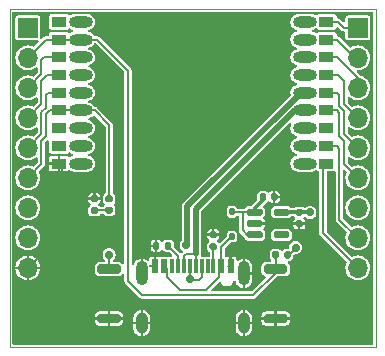
<source format=gtl>
G04 #@! TF.GenerationSoftware,KiCad,Pcbnew,8.0.4-8.0.4-0~ubuntu24.04.1*
G04 #@! TF.CreationDate,2024-08-29T21:10:08+02:00*
G04 #@! TF.ProjectId,ESP32-C3-WROOM_flexypin,45535033-322d-4433-932d-57524f4f4d5f,rev?*
G04 #@! TF.SameCoordinates,Original*
G04 #@! TF.FileFunction,Copper,L1,Top*
G04 #@! TF.FilePolarity,Positive*
%FSLAX46Y46*%
G04 Gerber Fmt 4.6, Leading zero omitted, Abs format (unit mm)*
G04 Created by KiCad (PCBNEW 8.0.4-8.0.4-0~ubuntu24.04.1) date 2024-08-29 21:10:08*
%MOMM*%
%LPD*%
G01*
G04 APERTURE LIST*
G04 #@! TA.AperFunction,ComponentPad*
%ADD10R,1.700000X1.700000*%
G04 #@! TD*
G04 #@! TA.AperFunction,ComponentPad*
%ADD11O,1.700000X1.700000*%
G04 #@! TD*
G04 #@! TA.AperFunction,ComponentPad*
%ADD12O,2.000000X0.950000*%
G04 #@! TD*
G04 #@! TA.AperFunction,ComponentPad*
%ADD13R,1.300000X0.900000*%
G04 #@! TD*
G04 #@! TA.AperFunction,SMDPad,CuDef*
%ADD14R,0.600000X1.240000*%
G04 #@! TD*
G04 #@! TA.AperFunction,SMDPad,CuDef*
%ADD15R,0.300000X1.240000*%
G04 #@! TD*
G04 #@! TA.AperFunction,ComponentPad*
%ADD16O,1.000000X2.100000*%
G04 #@! TD*
G04 #@! TA.AperFunction,ComponentPad*
%ADD17O,1.000000X1.800000*%
G04 #@! TD*
G04 #@! TA.AperFunction,ViaPad*
%ADD18C,0.700000*%
G04 #@! TD*
G04 #@! TA.AperFunction,Conductor*
%ADD19C,0.200000*%
G04 #@! TD*
G04 #@! TA.AperFunction,Conductor*
%ADD20C,0.300000*%
G04 #@! TD*
G04 #@! TA.AperFunction,Conductor*
%ADD21C,0.500000*%
G04 #@! TD*
G04 #@! TA.AperFunction,Profile*
%ADD22C,0.100000*%
G04 #@! TD*
G04 APERTURE END LIST*
G04 #@! TA.AperFunction,SMDPad,CuDef*
G36*
G01*
X139565000Y-95970000D02*
X139935000Y-95970000D01*
G75*
G02*
X140070000Y-96105000I0J-135000D01*
G01*
X140070000Y-96375000D01*
G75*
G02*
X139935000Y-96510000I-135000J0D01*
G01*
X139565000Y-96510000D01*
G75*
G02*
X139430000Y-96375000I0J135000D01*
G01*
X139430000Y-96105000D01*
G75*
G02*
X139565000Y-95970000I135000J0D01*
G01*
G37*
G04 #@! TD.AperFunction*
G04 #@! TA.AperFunction,SMDPad,CuDef*
G36*
G01*
X139565000Y-96990000D02*
X139935000Y-96990000D01*
G75*
G02*
X140070000Y-97125000I0J-135000D01*
G01*
X140070000Y-97395000D01*
G75*
G02*
X139935000Y-97530000I-135000J0D01*
G01*
X139565000Y-97530000D01*
G75*
G02*
X139430000Y-97395000I0J135000D01*
G01*
X139430000Y-97125000D01*
G75*
G02*
X139565000Y-96990000I135000J0D01*
G01*
G37*
G04 #@! TD.AperFunction*
G04 #@! TA.AperFunction,SMDPad,CuDef*
G36*
G01*
X141172500Y-97530000D02*
X140827500Y-97530000D01*
G75*
G02*
X140680000Y-97382500I0J147500D01*
G01*
X140680000Y-97087500D01*
G75*
G02*
X140827500Y-96940000I147500J0D01*
G01*
X141172500Y-96940000D01*
G75*
G02*
X141320000Y-97087500I0J-147500D01*
G01*
X141320000Y-97382500D01*
G75*
G02*
X141172500Y-97530000I-147500J0D01*
G01*
G37*
G04 #@! TD.AperFunction*
G04 #@! TA.AperFunction,SMDPad,CuDef*
G36*
G01*
X141172500Y-96560000D02*
X140827500Y-96560000D01*
G75*
G02*
X140680000Y-96412500I0J147500D01*
G01*
X140680000Y-96117500D01*
G75*
G02*
X140827500Y-95970000I147500J0D01*
G01*
X141172500Y-95970000D01*
G75*
G02*
X141320000Y-96117500I0J-147500D01*
G01*
X141320000Y-96412500D01*
G75*
G02*
X141172500Y-96560000I-147500J0D01*
G01*
G37*
G04 #@! TD.AperFunction*
D10*
X162052000Y-81788000D03*
D11*
X162052000Y-84328000D03*
X162052000Y-86868000D03*
X162052000Y-89408000D03*
X162052000Y-91948000D03*
X162052000Y-94488000D03*
X162052000Y-97028000D03*
X162052000Y-99568000D03*
X162052000Y-102108000D03*
G04 #@! TA.AperFunction,SMDPad,CuDef*
G36*
G01*
X140200000Y-101800000D02*
X141800000Y-101800000D01*
G75*
G02*
X142000000Y-102000000I0J-200000D01*
G01*
X142000000Y-102400000D01*
G75*
G02*
X141800000Y-102600000I-200000J0D01*
G01*
X140200000Y-102600000D01*
G75*
G02*
X140000000Y-102400000I0J200000D01*
G01*
X140000000Y-102000000D01*
G75*
G02*
X140200000Y-101800000I200000J0D01*
G01*
G37*
G04 #@! TD.AperFunction*
G04 #@! TA.AperFunction,SMDPad,CuDef*
G36*
G01*
X140200000Y-106000000D02*
X141800000Y-106000000D01*
G75*
G02*
X142000000Y-106200000I0J-200000D01*
G01*
X142000000Y-106600000D01*
G75*
G02*
X141800000Y-106800000I-200000J0D01*
G01*
X140200000Y-106800000D01*
G75*
G02*
X140000000Y-106600000I0J200000D01*
G01*
X140000000Y-106200000D01*
G75*
G02*
X140200000Y-106000000I200000J0D01*
G01*
G37*
G04 #@! TD.AperFunction*
G04 #@! TA.AperFunction,SMDPad,CuDef*
G36*
G01*
X156380000Y-100815000D02*
X156380000Y-101185000D01*
G75*
G02*
X156245000Y-101320000I-135000J0D01*
G01*
X155975000Y-101320000D01*
G75*
G02*
X155840000Y-101185000I0J135000D01*
G01*
X155840000Y-100815000D01*
G75*
G02*
X155975000Y-100680000I135000J0D01*
G01*
X156245000Y-100680000D01*
G75*
G02*
X156380000Y-100815000I0J-135000D01*
G01*
G37*
G04 #@! TD.AperFunction*
G04 #@! TA.AperFunction,SMDPad,CuDef*
G36*
G01*
X155360000Y-100815000D02*
X155360000Y-101185000D01*
G75*
G02*
X155225000Y-101320000I-135000J0D01*
G01*
X154955000Y-101320000D01*
G75*
G02*
X154820000Y-101185000I0J135000D01*
G01*
X154820000Y-100815000D01*
G75*
G02*
X154955000Y-100680000I135000J0D01*
G01*
X155225000Y-100680000D01*
G75*
G02*
X155360000Y-100815000I0J-135000D01*
G01*
G37*
G04 #@! TD.AperFunction*
G04 #@! TA.AperFunction,SMDPad,CuDef*
G36*
G01*
X152662500Y-97550000D02*
X152662500Y-97250000D01*
G75*
G02*
X152812500Y-97100000I150000J0D01*
G01*
X153837500Y-97100000D01*
G75*
G02*
X153987500Y-97250000I0J-150000D01*
G01*
X153987500Y-97550000D01*
G75*
G02*
X153837500Y-97700000I-150000J0D01*
G01*
X152812500Y-97700000D01*
G75*
G02*
X152662500Y-97550000I0J150000D01*
G01*
G37*
G04 #@! TD.AperFunction*
G04 #@! TA.AperFunction,SMDPad,CuDef*
G36*
G01*
X152662500Y-98500000D02*
X152662500Y-98200000D01*
G75*
G02*
X152812500Y-98050000I150000J0D01*
G01*
X153837500Y-98050000D01*
G75*
G02*
X153987500Y-98200000I0J-150000D01*
G01*
X153987500Y-98500000D01*
G75*
G02*
X153837500Y-98650000I-150000J0D01*
G01*
X152812500Y-98650000D01*
G75*
G02*
X152662500Y-98500000I0J150000D01*
G01*
G37*
G04 #@! TD.AperFunction*
G04 #@! TA.AperFunction,SMDPad,CuDef*
G36*
G01*
X152662500Y-99450000D02*
X152662500Y-99150000D01*
G75*
G02*
X152812500Y-99000000I150000J0D01*
G01*
X153837500Y-99000000D01*
G75*
G02*
X153987500Y-99150000I0J-150000D01*
G01*
X153987500Y-99450000D01*
G75*
G02*
X153837500Y-99600000I-150000J0D01*
G01*
X152812500Y-99600000D01*
G75*
G02*
X152662500Y-99450000I0J150000D01*
G01*
G37*
G04 #@! TD.AperFunction*
G04 #@! TA.AperFunction,SMDPad,CuDef*
G36*
G01*
X154937500Y-99450000D02*
X154937500Y-99150000D01*
G75*
G02*
X155087500Y-99000000I150000J0D01*
G01*
X156112500Y-99000000D01*
G75*
G02*
X156262500Y-99150000I0J-150000D01*
G01*
X156262500Y-99450000D01*
G75*
G02*
X156112500Y-99600000I-150000J0D01*
G01*
X155087500Y-99600000D01*
G75*
G02*
X154937500Y-99450000I0J150000D01*
G01*
G37*
G04 #@! TD.AperFunction*
G04 #@! TA.AperFunction,SMDPad,CuDef*
G36*
G01*
X154937500Y-97550000D02*
X154937500Y-97250000D01*
G75*
G02*
X155087500Y-97100000I150000J0D01*
G01*
X156112500Y-97100000D01*
G75*
G02*
X156262500Y-97250000I0J-150000D01*
G01*
X156262500Y-97550000D01*
G75*
G02*
X156112500Y-97700000I-150000J0D01*
G01*
X155087500Y-97700000D01*
G75*
G02*
X154937500Y-97550000I0J150000D01*
G01*
G37*
G04 #@! TD.AperFunction*
D10*
X134112000Y-81788000D03*
D11*
X134112000Y-84328000D03*
X134112000Y-86868000D03*
X134112000Y-89408000D03*
X134112000Y-91948000D03*
X134112000Y-94488000D03*
X134112000Y-97028000D03*
X134112000Y-99568000D03*
X134112000Y-102108000D03*
G04 #@! TA.AperFunction,SMDPad,CuDef*
G36*
G01*
X146280000Y-100065000D02*
X146280000Y-100435000D01*
G75*
G02*
X146145000Y-100570000I-135000J0D01*
G01*
X145875000Y-100570000D01*
G75*
G02*
X145740000Y-100435000I0J135000D01*
G01*
X145740000Y-100065000D01*
G75*
G02*
X145875000Y-99930000I135000J0D01*
G01*
X146145000Y-99930000D01*
G75*
G02*
X146280000Y-100065000I0J-135000D01*
G01*
G37*
G04 #@! TD.AperFunction*
G04 #@! TA.AperFunction,SMDPad,CuDef*
G36*
G01*
X145260000Y-100065000D02*
X145260000Y-100435000D01*
G75*
G02*
X145125000Y-100570000I-135000J0D01*
G01*
X144855000Y-100570000D01*
G75*
G02*
X144720000Y-100435000I0J135000D01*
G01*
X144720000Y-100065000D01*
G75*
G02*
X144855000Y-99930000I135000J0D01*
G01*
X145125000Y-99930000D01*
G75*
G02*
X145260000Y-100065000I0J-135000D01*
G01*
G37*
G04 #@! TD.AperFunction*
D12*
X138600000Y-81275000D03*
X138600000Y-84275000D03*
X138600000Y-85775000D03*
X138600000Y-87275000D03*
X138600000Y-88775000D03*
X138600000Y-90275000D03*
X138600000Y-91775000D03*
X138600000Y-93275000D03*
D13*
X136750000Y-81275000D03*
X136750000Y-82775000D03*
D12*
X138600000Y-82775000D03*
D13*
X136750000Y-84275000D03*
X136750000Y-85775000D03*
X136750000Y-87275000D03*
X136750000Y-88775000D03*
X136750000Y-90275000D03*
X136750000Y-91775000D03*
X136750000Y-93275000D03*
D14*
X144882000Y-101975000D03*
X145682000Y-101975000D03*
D15*
X146832000Y-101975000D03*
X147832000Y-101975000D03*
X148332000Y-101975000D03*
X149332000Y-101975000D03*
D14*
X150482000Y-101975000D03*
X151282000Y-101975000D03*
X151282000Y-101975000D03*
X150482000Y-101975000D03*
D15*
X149832000Y-101975000D03*
X148832000Y-101975000D03*
X147332000Y-101975000D03*
X146332000Y-101975000D03*
D14*
X145682000Y-101975000D03*
X144882000Y-101975000D03*
D16*
X143762000Y-102575000D03*
D17*
X143762000Y-106775000D03*
D16*
X152402000Y-102575000D03*
D17*
X152402000Y-106775000D03*
G04 #@! TA.AperFunction,SMDPad,CuDef*
G36*
G01*
X155260000Y-95930000D02*
X155260000Y-96270000D01*
G75*
G02*
X155120000Y-96410000I-140000J0D01*
G01*
X154840000Y-96410000D01*
G75*
G02*
X154700000Y-96270000I0J140000D01*
G01*
X154700000Y-95930000D01*
G75*
G02*
X154840000Y-95790000I140000J0D01*
G01*
X155120000Y-95790000D01*
G75*
G02*
X155260000Y-95930000I0J-140000D01*
G01*
G37*
G04 #@! TD.AperFunction*
G04 #@! TA.AperFunction,SMDPad,CuDef*
G36*
G01*
X154300000Y-95930000D02*
X154300000Y-96270000D01*
G75*
G02*
X154160000Y-96410000I-140000J0D01*
G01*
X153880000Y-96410000D01*
G75*
G02*
X153740000Y-96270000I0J140000D01*
G01*
X153740000Y-95930000D01*
G75*
G02*
X153880000Y-95790000I140000J0D01*
G01*
X154160000Y-95790000D01*
G75*
G02*
X154300000Y-95930000I0J-140000D01*
G01*
G37*
G04 #@! TD.AperFunction*
G04 #@! TA.AperFunction,SMDPad,CuDef*
G36*
G01*
X149985000Y-100580000D02*
X149615000Y-100580000D01*
G75*
G02*
X149480000Y-100445000I0J135000D01*
G01*
X149480000Y-100175000D01*
G75*
G02*
X149615000Y-100040000I135000J0D01*
G01*
X149985000Y-100040000D01*
G75*
G02*
X150120000Y-100175000I0J-135000D01*
G01*
X150120000Y-100445000D01*
G75*
G02*
X149985000Y-100580000I-135000J0D01*
G01*
G37*
G04 #@! TD.AperFunction*
G04 #@! TA.AperFunction,SMDPad,CuDef*
G36*
G01*
X149985000Y-99560000D02*
X149615000Y-99560000D01*
G75*
G02*
X149480000Y-99425000I0J135000D01*
G01*
X149480000Y-99155000D01*
G75*
G02*
X149615000Y-99020000I135000J0D01*
G01*
X149985000Y-99020000D01*
G75*
G02*
X150120000Y-99155000I0J-135000D01*
G01*
X150120000Y-99425000D01*
G75*
G02*
X149985000Y-99560000I-135000J0D01*
G01*
G37*
G04 #@! TD.AperFunction*
G04 #@! TA.AperFunction,SMDPad,CuDef*
G36*
G01*
X157270000Y-98640000D02*
X156930000Y-98640000D01*
G75*
G02*
X156790000Y-98500000I0J140000D01*
G01*
X156790000Y-98220000D01*
G75*
G02*
X156930000Y-98080000I140000J0D01*
G01*
X157270000Y-98080000D01*
G75*
G02*
X157410000Y-98220000I0J-140000D01*
G01*
X157410000Y-98500000D01*
G75*
G02*
X157270000Y-98640000I-140000J0D01*
G01*
G37*
G04 #@! TD.AperFunction*
G04 #@! TA.AperFunction,SMDPad,CuDef*
G36*
G01*
X157270000Y-97680000D02*
X156930000Y-97680000D01*
G75*
G02*
X156790000Y-97540000I0J140000D01*
G01*
X156790000Y-97260000D01*
G75*
G02*
X156930000Y-97120000I140000J0D01*
G01*
X157270000Y-97120000D01*
G75*
G02*
X157410000Y-97260000I0J-140000D01*
G01*
X157410000Y-97540000D01*
G75*
G02*
X157270000Y-97680000I-140000J0D01*
G01*
G37*
G04 #@! TD.AperFunction*
D12*
X157550000Y-93275000D03*
X157550000Y-91775000D03*
X157550000Y-90275000D03*
X157550000Y-85775000D03*
X157550000Y-84275000D03*
X157550000Y-82775000D03*
X157550000Y-81275000D03*
D13*
X159400000Y-93275000D03*
X159400000Y-91775000D03*
X159400000Y-90275000D03*
X159400000Y-88775000D03*
D12*
X157550000Y-88775000D03*
D13*
X159400000Y-87275000D03*
D12*
X157550000Y-87275000D03*
D13*
X159400000Y-85775000D03*
X159400000Y-84275000D03*
X159400000Y-82775000D03*
X159400000Y-81275000D03*
G04 #@! TA.AperFunction,SMDPad,CuDef*
G36*
G01*
X151287500Y-97050000D02*
X151512500Y-97050000D01*
G75*
G02*
X151625000Y-97162500I0J-112500D01*
G01*
X151625000Y-97537500D01*
G75*
G02*
X151512500Y-97650000I-112500J0D01*
G01*
X151287500Y-97650000D01*
G75*
G02*
X151175000Y-97537500I0J112500D01*
G01*
X151175000Y-97162500D01*
G75*
G02*
X151287500Y-97050000I112500J0D01*
G01*
G37*
G04 #@! TD.AperFunction*
G04 #@! TA.AperFunction,SMDPad,CuDef*
G36*
G01*
X151287500Y-99150000D02*
X151512500Y-99150000D01*
G75*
G02*
X151625000Y-99262500I0J-112500D01*
G01*
X151625000Y-99637500D01*
G75*
G02*
X151512500Y-99750000I-112500J0D01*
G01*
X151287500Y-99750000D01*
G75*
G02*
X151175000Y-99637500I0J112500D01*
G01*
X151175000Y-99262500D01*
G75*
G02*
X151287500Y-99150000I112500J0D01*
G01*
G37*
G04 #@! TD.AperFunction*
G04 #@! TA.AperFunction,SMDPad,CuDef*
G36*
G01*
X154300000Y-101800000D02*
X155900000Y-101800000D01*
G75*
G02*
X156100000Y-102000000I0J-200000D01*
G01*
X156100000Y-102400000D01*
G75*
G02*
X155900000Y-102600000I-200000J0D01*
G01*
X154300000Y-102600000D01*
G75*
G02*
X154100000Y-102400000I0J200000D01*
G01*
X154100000Y-102000000D01*
G75*
G02*
X154300000Y-101800000I200000J0D01*
G01*
G37*
G04 #@! TD.AperFunction*
G04 #@! TA.AperFunction,SMDPad,CuDef*
G36*
G01*
X154300000Y-106000000D02*
X155900000Y-106000000D01*
G75*
G02*
X156100000Y-106200000I0J-200000D01*
G01*
X156100000Y-106600000D01*
G75*
G02*
X155900000Y-106800000I-200000J0D01*
G01*
X154300000Y-106800000D01*
G75*
G02*
X154100000Y-106600000I0J200000D01*
G01*
X154100000Y-106200000D01*
G75*
G02*
X154300000Y-106000000I200000J0D01*
G01*
G37*
G04 #@! TD.AperFunction*
D18*
X156800000Y-100400000D03*
X158000000Y-97400000D03*
X141000000Y-101000000D03*
X147837268Y-103023558D03*
X147522860Y-100200000D03*
D19*
X139750000Y-97260000D02*
X139775000Y-97235000D01*
X139775000Y-97235000D02*
X141000000Y-97235000D01*
X146832000Y-101975000D02*
X146832000Y-101072000D01*
X146832000Y-101072000D02*
X146010000Y-100250000D01*
X138600000Y-88775000D02*
X139775000Y-88775000D01*
X139775000Y-88775000D02*
X141000000Y-90000000D01*
X141000000Y-90000000D02*
X141000000Y-96265000D01*
X137050000Y-88775000D02*
X138600000Y-88775000D01*
X160280000Y-84280000D02*
X162052000Y-86052000D01*
X159110000Y-84280000D02*
X160280000Y-84280000D01*
X162052000Y-86052000D02*
X162052000Y-86868000D01*
X135261511Y-86283495D02*
X135765006Y-85780000D01*
X135261511Y-88258489D02*
X135261511Y-86283495D01*
X134112000Y-89408000D02*
X135261511Y-88258489D01*
X135765006Y-85780000D02*
X137040000Y-85780000D01*
X135261511Y-84519244D02*
X135500755Y-84280000D01*
X134112000Y-86868000D02*
X135261511Y-85718489D01*
X135261511Y-85718489D02*
X135261511Y-84519244D01*
X135500755Y-84280000D02*
X137040000Y-84280000D01*
X159110000Y-81280000D02*
X160380000Y-81280000D01*
X160380000Y-81280000D02*
X160888000Y-81788000D01*
X160888000Y-81788000D02*
X162052000Y-81788000D01*
X134112000Y-91948000D02*
X135261511Y-90798489D01*
X135261511Y-90798489D02*
X135261511Y-88931856D01*
X135661030Y-88532337D02*
X135661030Y-87438970D01*
X135820000Y-87280000D02*
X137040000Y-87280000D01*
X135661030Y-87438970D02*
X135820000Y-87280000D01*
X135261511Y-88931856D02*
X135661030Y-88532337D01*
X135978373Y-88780000D02*
X137040000Y-88780000D01*
X135261511Y-91363495D02*
X135661031Y-90963975D01*
X135661031Y-90963975D02*
X135661031Y-89097342D01*
X135661031Y-89097342D02*
X135978373Y-88780000D01*
X135261511Y-93338489D02*
X135261511Y-91363495D01*
X134112000Y-94488000D02*
X135261511Y-93338489D01*
X160380000Y-85780000D02*
X160900000Y-86300000D01*
X159110000Y-85780000D02*
X160380000Y-85780000D01*
X160900000Y-86300000D02*
X160900000Y-88256000D01*
X160900000Y-88256000D02*
X162052000Y-89408000D01*
X159110000Y-99166000D02*
X162052000Y-102108000D01*
X159110000Y-93280000D02*
X159110000Y-99166000D01*
X161828000Y-84328000D02*
X162052000Y-84328000D01*
X160280000Y-82780000D02*
X161828000Y-84328000D01*
X159110000Y-82780000D02*
X160280000Y-82780000D01*
X160280000Y-91780000D02*
X160502969Y-92002969D01*
X160502969Y-92002969D02*
X160502969Y-98018969D01*
X159110000Y-91780000D02*
X160280000Y-91780000D01*
X160502969Y-98018969D02*
X162052000Y-99568000D01*
D20*
X153325000Y-97075000D02*
X153325000Y-97400000D01*
X154020000Y-96380000D02*
X153325000Y-97075000D01*
X154020000Y-96100000D02*
X154020000Y-96380000D01*
D19*
X152300000Y-98937499D02*
X152662501Y-99300000D01*
X153325000Y-97400000D02*
X151450000Y-97400000D01*
X152662501Y-99300000D02*
X153325000Y-99300000D01*
X151450000Y-97400000D02*
X151400000Y-97350000D01*
X152300000Y-97400000D02*
X152300000Y-98937499D01*
X137040000Y-99180000D02*
X137040000Y-93280000D01*
X134112000Y-102108000D02*
X137040000Y-99180000D01*
X156200000Y-101000000D02*
X156110000Y-101000000D01*
X156800000Y-100400000D02*
X156200000Y-101000000D01*
D20*
X157100000Y-97400000D02*
X158000000Y-97400000D01*
X155600000Y-97400000D02*
X157100000Y-97400000D01*
D19*
X135660000Y-82780000D02*
X137040000Y-82780000D01*
X142600000Y-103200000D02*
X142600000Y-85400000D01*
X155100000Y-102500000D02*
X153200000Y-104400000D01*
X143800000Y-104400000D02*
X142600000Y-103200000D01*
X134112000Y-84328000D02*
X135660000Y-82780000D01*
X142600000Y-85400000D02*
X139975000Y-82775000D01*
X153200000Y-104400000D02*
X143800000Y-104400000D01*
X155100000Y-102200000D02*
X155100000Y-101010000D01*
X155100000Y-101310000D02*
X155090000Y-101300000D01*
X139975000Y-82775000D02*
X137050000Y-82775000D01*
X141000000Y-101000000D02*
X141000000Y-102200000D01*
X147832000Y-102845000D02*
X147832000Y-101975000D01*
D21*
X147622860Y-100100000D02*
X147622860Y-96868992D01*
X147622860Y-96868992D02*
X157216852Y-87275000D01*
D19*
X148832000Y-102845000D02*
X148832000Y-101975000D01*
D21*
X157550000Y-87275000D02*
X157000000Y-87275000D01*
D19*
X147837268Y-103023558D02*
X147913710Y-103100000D01*
X147913710Y-103100000D02*
X148577000Y-103100000D01*
X160902489Y-88823495D02*
X160902489Y-90798489D01*
X148577000Y-103100000D02*
X148832000Y-102845000D01*
X160500480Y-87500480D02*
X160500480Y-88421486D01*
X160500480Y-88421486D02*
X160902489Y-88823495D01*
X159110000Y-87280000D02*
X160280000Y-87280000D01*
X147837268Y-102850268D02*
X147832000Y-102845000D01*
X161948000Y-91948000D02*
X162052000Y-91948000D01*
X147837268Y-103023558D02*
X147837268Y-102850268D01*
X160902489Y-90798489D02*
X162052000Y-91948000D01*
X160280000Y-87280000D02*
X160500480Y-87500480D01*
X160502969Y-89002969D02*
X160502970Y-90963976D01*
X159110000Y-88780000D02*
X160280000Y-88780000D01*
X147332000Y-101105000D02*
X147332000Y-101975000D01*
D21*
X148322860Y-100923356D02*
X148322860Y-97158942D01*
D19*
X148322860Y-101095860D02*
X148332000Y-101105000D01*
X160502970Y-90963976D02*
X160902489Y-91363495D01*
X148322860Y-100923356D02*
X147513644Y-100923356D01*
X160902489Y-91363495D02*
X160902489Y-93338489D01*
X148322860Y-100923356D02*
X148322860Y-101095860D01*
D21*
X148322860Y-97158942D02*
X156706802Y-88775000D01*
X156706802Y-88775000D02*
X157125000Y-88775000D01*
D19*
X160280000Y-88780000D02*
X160502969Y-89002969D01*
X160902489Y-93338489D02*
X162052000Y-94488000D01*
X147513644Y-100923356D02*
X147332000Y-101105000D01*
X148332000Y-101105000D02*
X148332000Y-101975000D01*
X149832000Y-101975000D02*
X149832000Y-100342000D01*
X149832000Y-100342000D02*
X149800000Y-100310000D01*
X150297000Y-102160000D02*
X150297000Y-102880000D01*
X149177000Y-104000000D02*
X146987000Y-104000000D01*
X145882000Y-102175000D02*
X145682000Y-101975000D01*
X150482000Y-101975000D02*
X150297000Y-102160000D01*
X146987000Y-104000000D02*
X145882000Y-102895000D01*
X150482000Y-100368000D02*
X151400000Y-99450000D01*
X145882000Y-102895000D02*
X145882000Y-102175000D01*
X150297000Y-102880000D02*
X149177000Y-104000000D01*
X150482000Y-101975000D02*
X150482000Y-100368000D01*
G04 #@! TA.AperFunction,Conductor*
G36*
X163334691Y-80419407D02*
G01*
X163370655Y-80468907D01*
X163375500Y-80499500D01*
X163375500Y-108500500D01*
X163356593Y-108558691D01*
X163307093Y-108594655D01*
X163276500Y-108599500D01*
X132887500Y-108599500D01*
X132829309Y-108580593D01*
X132793345Y-108531093D01*
X132788500Y-108500500D01*
X132788500Y-106500001D01*
X139800001Y-106500001D01*
X139800001Y-106631485D01*
X139814833Y-106725141D01*
X139814836Y-106725151D01*
X139872358Y-106838043D01*
X139961956Y-106927641D01*
X140074848Y-106985163D01*
X140074852Y-106985164D01*
X140168515Y-106999999D01*
X140899998Y-106999999D01*
X140900000Y-106999998D01*
X140900000Y-106500001D01*
X141100000Y-106500001D01*
X141100000Y-106999998D01*
X141100001Y-106999999D01*
X141831483Y-106999999D01*
X141831485Y-106999998D01*
X141925141Y-106985166D01*
X141925151Y-106985163D01*
X142038043Y-106927641D01*
X142127641Y-106838043D01*
X142185163Y-106725151D01*
X142185164Y-106725147D01*
X142200000Y-106631484D01*
X142200000Y-106500001D01*
X142199999Y-106500000D01*
X141100001Y-106500000D01*
X141100000Y-106500001D01*
X140900000Y-106500001D01*
X140899999Y-106500000D01*
X139800002Y-106500000D01*
X139800001Y-106500001D01*
X132788500Y-106500001D01*
X132788500Y-106306055D01*
X143062000Y-106306055D01*
X143062000Y-106674999D01*
X143062001Y-106675000D01*
X143462000Y-106675000D01*
X143462000Y-106875000D01*
X143062001Y-106875000D01*
X143062000Y-106875001D01*
X143062000Y-107243944D01*
X143088901Y-107379183D01*
X143141666Y-107506571D01*
X143218271Y-107621220D01*
X143315779Y-107718728D01*
X143430428Y-107795333D01*
X143557817Y-107848098D01*
X143662000Y-107868822D01*
X143662000Y-107458788D01*
X143722504Y-107475000D01*
X143801496Y-107475000D01*
X143862000Y-107458788D01*
X143862000Y-107868821D01*
X143966181Y-107848098D01*
X143966183Y-107848098D01*
X144093571Y-107795333D01*
X144208220Y-107718728D01*
X144305728Y-107621220D01*
X144382333Y-107506571D01*
X144435098Y-107379183D01*
X144461999Y-107243944D01*
X144462000Y-107243942D01*
X144462000Y-106875001D01*
X144461999Y-106875000D01*
X144062000Y-106875000D01*
X144062000Y-106675000D01*
X144461999Y-106675000D01*
X144462000Y-106674999D01*
X144462000Y-106306057D01*
X144461999Y-106306055D01*
X151702000Y-106306055D01*
X151702000Y-106674999D01*
X151702001Y-106675000D01*
X152102000Y-106675000D01*
X152102000Y-106875000D01*
X151702001Y-106875000D01*
X151702000Y-106875001D01*
X151702000Y-107243944D01*
X151728901Y-107379183D01*
X151781666Y-107506571D01*
X151858271Y-107621220D01*
X151955779Y-107718728D01*
X152070428Y-107795333D01*
X152197817Y-107848098D01*
X152302000Y-107868822D01*
X152302000Y-107458788D01*
X152362504Y-107475000D01*
X152441496Y-107475000D01*
X152502000Y-107458788D01*
X152502000Y-107868821D01*
X152606181Y-107848098D01*
X152606183Y-107848098D01*
X152733571Y-107795333D01*
X152848220Y-107718728D01*
X152945728Y-107621220D01*
X153022333Y-107506571D01*
X153075098Y-107379183D01*
X153101999Y-107243944D01*
X153102000Y-107243942D01*
X153102000Y-106875001D01*
X153101999Y-106875000D01*
X152702000Y-106875000D01*
X152702000Y-106675000D01*
X153101999Y-106675000D01*
X153102000Y-106674999D01*
X153102000Y-106500001D01*
X153900001Y-106500001D01*
X153900001Y-106631485D01*
X153914833Y-106725141D01*
X153914836Y-106725151D01*
X153972358Y-106838043D01*
X154061956Y-106927641D01*
X154174848Y-106985163D01*
X154174852Y-106985164D01*
X154268515Y-106999999D01*
X154999998Y-106999999D01*
X155000000Y-106999998D01*
X155000000Y-106500001D01*
X155200000Y-106500001D01*
X155200000Y-106999998D01*
X155200001Y-106999999D01*
X155931483Y-106999999D01*
X155931485Y-106999998D01*
X156025141Y-106985166D01*
X156025151Y-106985163D01*
X156138043Y-106927641D01*
X156227641Y-106838043D01*
X156285163Y-106725151D01*
X156285164Y-106725147D01*
X156300000Y-106631484D01*
X156300000Y-106500001D01*
X156299999Y-106500000D01*
X155200001Y-106500000D01*
X155200000Y-106500001D01*
X155000000Y-106500001D01*
X154999999Y-106500000D01*
X153900002Y-106500000D01*
X153900001Y-106500001D01*
X153102000Y-106500001D01*
X153102000Y-106306057D01*
X153101999Y-106306055D01*
X153075098Y-106170816D01*
X153074145Y-106168515D01*
X153900000Y-106168515D01*
X153900000Y-106299999D01*
X153900001Y-106300000D01*
X154999999Y-106300000D01*
X155000000Y-106299999D01*
X155000000Y-105800001D01*
X155200000Y-105800001D01*
X155200000Y-106299999D01*
X155200001Y-106300000D01*
X156299998Y-106300000D01*
X156299999Y-106299999D01*
X156299999Y-106168516D01*
X156299998Y-106168514D01*
X156285166Y-106074858D01*
X156285163Y-106074848D01*
X156227641Y-105961956D01*
X156138043Y-105872358D01*
X156025151Y-105814836D01*
X156025147Y-105814835D01*
X155931484Y-105800000D01*
X155200001Y-105800000D01*
X155200000Y-105800001D01*
X155000000Y-105800001D01*
X154999999Y-105800000D01*
X154268516Y-105800000D01*
X154268514Y-105800001D01*
X154174858Y-105814833D01*
X154174848Y-105814836D01*
X154061956Y-105872358D01*
X153972358Y-105961956D01*
X153914836Y-106074848D01*
X153914835Y-106074852D01*
X153900000Y-106168515D01*
X153074145Y-106168515D01*
X153022333Y-106043428D01*
X152945728Y-105928779D01*
X152848220Y-105831271D01*
X152733571Y-105754666D01*
X152606182Y-105701901D01*
X152502000Y-105681177D01*
X152502000Y-106091211D01*
X152441496Y-106075000D01*
X152362504Y-106075000D01*
X152302000Y-106091211D01*
X152302000Y-105681177D01*
X152197817Y-105701901D01*
X152070428Y-105754666D01*
X151955779Y-105831271D01*
X151858271Y-105928779D01*
X151781666Y-106043428D01*
X151728901Y-106170816D01*
X151702000Y-106306055D01*
X144461999Y-106306055D01*
X144435098Y-106170816D01*
X144382333Y-106043428D01*
X144305728Y-105928779D01*
X144208220Y-105831271D01*
X144093571Y-105754666D01*
X143966182Y-105701901D01*
X143862000Y-105681177D01*
X143862000Y-106091211D01*
X143801496Y-106075000D01*
X143722504Y-106075000D01*
X143662000Y-106091211D01*
X143662000Y-105681177D01*
X143557817Y-105701901D01*
X143430428Y-105754666D01*
X143315779Y-105831271D01*
X143218271Y-105928779D01*
X143141666Y-106043428D01*
X143088901Y-106170816D01*
X143062000Y-106306055D01*
X132788500Y-106306055D01*
X132788500Y-106168515D01*
X139800000Y-106168515D01*
X139800000Y-106299999D01*
X139800001Y-106300000D01*
X140899999Y-106300000D01*
X140900000Y-106299999D01*
X140900000Y-105800001D01*
X141100000Y-105800001D01*
X141100000Y-106299999D01*
X141100001Y-106300000D01*
X142199998Y-106300000D01*
X142199999Y-106299999D01*
X142199999Y-106168516D01*
X142199998Y-106168514D01*
X142185166Y-106074858D01*
X142185163Y-106074848D01*
X142127641Y-105961956D01*
X142038043Y-105872358D01*
X141925151Y-105814836D01*
X141925147Y-105814835D01*
X141831484Y-105800000D01*
X141100001Y-105800000D01*
X141100000Y-105800001D01*
X140900000Y-105800001D01*
X140899999Y-105800000D01*
X140168516Y-105800000D01*
X140168514Y-105800001D01*
X140074858Y-105814833D01*
X140074848Y-105814836D01*
X139961956Y-105872358D01*
X139872358Y-105961956D01*
X139814836Y-106074848D01*
X139814835Y-106074852D01*
X139800000Y-106168515D01*
X132788500Y-106168515D01*
X132788500Y-102007999D01*
X133066767Y-102007999D01*
X133066768Y-102008000D01*
X133621157Y-102008000D01*
X133612000Y-102042174D01*
X133612000Y-102173826D01*
X133621157Y-102208000D01*
X133066767Y-102208000D01*
X133077190Y-102313831D01*
X133077191Y-102313836D01*
X133137232Y-102511762D01*
X133137234Y-102511767D01*
X133234724Y-102694160D01*
X133234731Y-102694170D01*
X133365940Y-102854050D01*
X133365949Y-102854059D01*
X133525829Y-102985268D01*
X133525839Y-102985275D01*
X133708232Y-103082765D01*
X133708237Y-103082767D01*
X133906166Y-103142808D01*
X134011998Y-103153231D01*
X134012000Y-103153230D01*
X134012000Y-102598842D01*
X134046174Y-102608000D01*
X134177826Y-102608000D01*
X134212000Y-102598842D01*
X134212000Y-103153230D01*
X134212001Y-103153231D01*
X134317833Y-103142808D01*
X134515762Y-103082767D01*
X134515767Y-103082765D01*
X134698160Y-102985275D01*
X134698170Y-102985268D01*
X134858050Y-102854059D01*
X134858059Y-102854050D01*
X134989268Y-102694170D01*
X134989275Y-102694160D01*
X135086765Y-102511767D01*
X135086767Y-102511762D01*
X135146808Y-102313836D01*
X135146809Y-102313831D01*
X135157232Y-102208000D01*
X134602843Y-102208000D01*
X134612000Y-102173826D01*
X134612000Y-102042174D01*
X134602843Y-102008000D01*
X135157232Y-102008000D01*
X135157232Y-102007999D01*
X135146809Y-101902168D01*
X135146808Y-101902163D01*
X135086767Y-101704237D01*
X135086765Y-101704232D01*
X134989275Y-101521839D01*
X134989268Y-101521829D01*
X134858059Y-101361949D01*
X134858050Y-101361940D01*
X134698170Y-101230731D01*
X134698160Y-101230724D01*
X134515767Y-101133234D01*
X134515762Y-101133232D01*
X134317836Y-101073191D01*
X134317831Y-101073190D01*
X134212000Y-101062767D01*
X134212000Y-101617157D01*
X134177826Y-101608000D01*
X134046174Y-101608000D01*
X134012000Y-101617157D01*
X134012000Y-101062767D01*
X134011999Y-101062767D01*
X133906168Y-101073190D01*
X133906163Y-101073191D01*
X133708237Y-101133232D01*
X133708232Y-101133234D01*
X133525839Y-101230724D01*
X133525829Y-101230731D01*
X133365949Y-101361940D01*
X133365940Y-101361949D01*
X133234731Y-101521829D01*
X133234724Y-101521839D01*
X133137234Y-101704232D01*
X133137232Y-101704237D01*
X133077191Y-101902163D01*
X133077190Y-101902168D01*
X133066767Y-102007999D01*
X132788500Y-102007999D01*
X132788500Y-99567996D01*
X133056417Y-99567996D01*
X133056417Y-99568003D01*
X133076698Y-99773929D01*
X133076699Y-99773934D01*
X133136768Y-99971954D01*
X133234316Y-100154452D01*
X133317892Y-100256290D01*
X133365590Y-100314410D01*
X133365595Y-100314414D01*
X133525547Y-100445683D01*
X133525548Y-100445683D01*
X133525550Y-100445685D01*
X133708046Y-100543232D01*
X133845997Y-100585078D01*
X133906065Y-100603300D01*
X133906070Y-100603301D01*
X134111997Y-100623583D01*
X134112000Y-100623583D01*
X134112003Y-100623583D01*
X134317929Y-100603301D01*
X134317934Y-100603300D01*
X134353148Y-100592618D01*
X134515954Y-100543232D01*
X134698450Y-100445685D01*
X134858410Y-100314410D01*
X134989685Y-100154450D01*
X135087232Y-99971954D01*
X135147300Y-99773934D01*
X135147301Y-99773929D01*
X135167583Y-99568003D01*
X135167583Y-99567996D01*
X135147301Y-99362070D01*
X135147300Y-99362065D01*
X135123008Y-99281985D01*
X135087232Y-99164046D01*
X134989685Y-98981550D01*
X134971909Y-98959890D01*
X134858414Y-98821595D01*
X134858410Y-98821590D01*
X134807369Y-98779702D01*
X134698452Y-98690316D01*
X134515954Y-98592768D01*
X134317934Y-98532699D01*
X134317929Y-98532698D01*
X134112003Y-98512417D01*
X134111997Y-98512417D01*
X133906070Y-98532698D01*
X133906065Y-98532699D01*
X133708045Y-98592768D01*
X133525547Y-98690316D01*
X133365595Y-98821585D01*
X133365585Y-98821595D01*
X133234316Y-98981547D01*
X133136768Y-99164045D01*
X133076699Y-99362065D01*
X133076698Y-99362070D01*
X133056417Y-99567996D01*
X132788500Y-99567996D01*
X132788500Y-97027996D01*
X133056417Y-97027996D01*
X133056417Y-97028003D01*
X133076698Y-97233929D01*
X133076699Y-97233934D01*
X133136768Y-97431954D01*
X133234316Y-97614452D01*
X133328730Y-97729496D01*
X133365590Y-97774410D01*
X133387777Y-97792618D01*
X133525547Y-97905683D01*
X133525548Y-97905683D01*
X133525550Y-97905685D01*
X133708046Y-98003232D01*
X133845997Y-98045078D01*
X133906065Y-98063300D01*
X133906070Y-98063301D01*
X134111997Y-98083583D01*
X134112000Y-98083583D01*
X134112003Y-98083583D01*
X134317929Y-98063301D01*
X134317934Y-98063300D01*
X134333655Y-98058531D01*
X134515954Y-98003232D01*
X134698450Y-97905685D01*
X134858410Y-97774410D01*
X134989685Y-97614450D01*
X135087232Y-97431954D01*
X135147300Y-97233934D01*
X135147301Y-97233929D01*
X135167583Y-97028003D01*
X135167583Y-97027996D01*
X135147301Y-96822070D01*
X135147300Y-96822065D01*
X135125439Y-96750000D01*
X135087232Y-96624046D01*
X134989685Y-96441550D01*
X134858410Y-96281590D01*
X134758992Y-96200000D01*
X134698452Y-96150316D01*
X134540234Y-96065746D01*
X139230000Y-96065746D01*
X139230000Y-96139999D01*
X139230001Y-96140000D01*
X139649999Y-96140000D01*
X139650000Y-96139999D01*
X139650000Y-95770001D01*
X139850000Y-95770001D01*
X139850000Y-96139999D01*
X139850001Y-96140000D01*
X140269998Y-96140000D01*
X140269999Y-96139999D01*
X140269999Y-96065749D01*
X140269998Y-96065739D01*
X140263577Y-96016958D01*
X140213650Y-95909890D01*
X140130109Y-95826349D01*
X140023047Y-95776425D01*
X140023040Y-95776423D01*
X139974254Y-95770000D01*
X139850001Y-95770000D01*
X139850000Y-95770001D01*
X139650000Y-95770001D01*
X139649999Y-95770000D01*
X139525748Y-95770000D01*
X139525738Y-95770001D01*
X139476959Y-95776422D01*
X139369890Y-95826349D01*
X139286349Y-95909890D01*
X139236425Y-96016952D01*
X139236423Y-96016959D01*
X139230000Y-96065746D01*
X134540234Y-96065746D01*
X134515954Y-96052768D01*
X134317934Y-95992699D01*
X134317929Y-95992698D01*
X134112003Y-95972417D01*
X134111997Y-95972417D01*
X133906070Y-95992698D01*
X133906065Y-95992699D01*
X133708045Y-96052768D01*
X133525547Y-96150316D01*
X133365595Y-96281585D01*
X133365585Y-96281595D01*
X133234316Y-96441547D01*
X133136768Y-96624045D01*
X133076699Y-96822065D01*
X133076698Y-96822070D01*
X133056417Y-97027996D01*
X132788500Y-97027996D01*
X132788500Y-84327996D01*
X133056417Y-84327996D01*
X133056417Y-84328003D01*
X133076698Y-84533929D01*
X133076699Y-84533934D01*
X133136768Y-84731954D01*
X133234316Y-84914452D01*
X133263900Y-84950500D01*
X133365590Y-85074410D01*
X133365595Y-85074414D01*
X133525547Y-85205683D01*
X133525548Y-85205683D01*
X133525550Y-85205685D01*
X133708046Y-85303232D01*
X133823104Y-85338134D01*
X133906065Y-85363300D01*
X133906070Y-85363301D01*
X134111997Y-85383583D01*
X134112000Y-85383583D01*
X134112003Y-85383583D01*
X134317929Y-85363301D01*
X134317934Y-85363300D01*
X134515954Y-85303232D01*
X134698450Y-85205685D01*
X134799206Y-85122996D01*
X134856183Y-85100697D01*
X134915386Y-85116146D01*
X134954201Y-85163442D01*
X134961011Y-85199525D01*
X134961011Y-85553010D01*
X134942104Y-85611201D01*
X134932014Y-85623014D01*
X134663215Y-85891812D01*
X134608699Y-85919589D01*
X134548267Y-85910018D01*
X134546544Y-85909118D01*
X134515959Y-85892770D01*
X134515954Y-85892768D01*
X134317934Y-85832699D01*
X134317929Y-85832698D01*
X134112003Y-85812417D01*
X134111997Y-85812417D01*
X133906070Y-85832698D01*
X133906065Y-85832699D01*
X133708045Y-85892768D01*
X133525547Y-85990316D01*
X133365595Y-86121585D01*
X133365585Y-86121595D01*
X133234316Y-86281547D01*
X133136768Y-86464045D01*
X133076699Y-86662065D01*
X133076698Y-86662070D01*
X133056417Y-86867996D01*
X133056417Y-86868003D01*
X133076698Y-87073929D01*
X133076699Y-87073934D01*
X133136768Y-87271954D01*
X133234316Y-87454452D01*
X133349633Y-87594966D01*
X133365590Y-87614410D01*
X133365595Y-87614414D01*
X133525547Y-87745683D01*
X133525548Y-87745683D01*
X133525550Y-87745685D01*
X133708046Y-87843232D01*
X133808230Y-87873622D01*
X133906065Y-87903300D01*
X133906070Y-87903301D01*
X134111997Y-87923583D01*
X134112000Y-87923583D01*
X134112003Y-87923583D01*
X134317929Y-87903301D01*
X134317934Y-87903300D01*
X134515954Y-87843232D01*
X134698450Y-87745685D01*
X134799206Y-87662996D01*
X134856183Y-87640697D01*
X134915386Y-87656146D01*
X134954201Y-87703442D01*
X134961011Y-87739525D01*
X134961011Y-88093010D01*
X134942104Y-88151201D01*
X134932014Y-88163014D01*
X134663215Y-88431812D01*
X134608699Y-88459589D01*
X134548267Y-88450018D01*
X134546544Y-88449118D01*
X134515959Y-88432770D01*
X134515954Y-88432768D01*
X134317934Y-88372699D01*
X134317929Y-88372698D01*
X134112003Y-88352417D01*
X134111997Y-88352417D01*
X133906070Y-88372698D01*
X133906065Y-88372699D01*
X133708045Y-88432768D01*
X133525547Y-88530316D01*
X133365595Y-88661585D01*
X133365585Y-88661595D01*
X133234316Y-88821547D01*
X133136768Y-89004045D01*
X133076699Y-89202065D01*
X133076698Y-89202070D01*
X133056417Y-89407996D01*
X133056417Y-89408003D01*
X133076698Y-89613929D01*
X133076699Y-89613934D01*
X133136768Y-89811954D01*
X133234316Y-89994452D01*
X133341020Y-90124471D01*
X133365590Y-90154410D01*
X133365595Y-90154414D01*
X133525547Y-90285683D01*
X133525548Y-90285683D01*
X133525550Y-90285685D01*
X133708046Y-90383232D01*
X133845997Y-90425078D01*
X133906065Y-90443300D01*
X133906070Y-90443301D01*
X134111997Y-90463583D01*
X134112000Y-90463583D01*
X134112003Y-90463583D01*
X134317929Y-90443301D01*
X134317934Y-90443300D01*
X134515954Y-90383232D01*
X134698450Y-90285685D01*
X134799206Y-90202996D01*
X134856183Y-90180697D01*
X134915386Y-90196146D01*
X134954201Y-90243442D01*
X134961011Y-90279525D01*
X134961011Y-90633010D01*
X134942104Y-90691201D01*
X134932014Y-90703014D01*
X134663215Y-90971812D01*
X134608699Y-90999589D01*
X134548267Y-90990018D01*
X134546544Y-90989118D01*
X134515959Y-90972770D01*
X134515954Y-90972768D01*
X134317934Y-90912699D01*
X134317929Y-90912698D01*
X134112003Y-90892417D01*
X134111997Y-90892417D01*
X133906070Y-90912698D01*
X133906065Y-90912699D01*
X133708045Y-90972768D01*
X133525547Y-91070316D01*
X133365595Y-91201585D01*
X133365585Y-91201595D01*
X133234316Y-91361547D01*
X133136768Y-91544045D01*
X133076699Y-91742065D01*
X133076698Y-91742070D01*
X133056417Y-91947996D01*
X133056417Y-91948003D01*
X133076698Y-92153929D01*
X133076699Y-92153934D01*
X133136768Y-92351954D01*
X133234316Y-92534452D01*
X133364289Y-92692825D01*
X133365590Y-92694410D01*
X133365595Y-92694414D01*
X133525547Y-92825683D01*
X133525548Y-92825683D01*
X133525550Y-92825685D01*
X133708046Y-92923232D01*
X133845997Y-92965078D01*
X133906065Y-92983300D01*
X133906070Y-92983301D01*
X134111997Y-93003583D01*
X134112000Y-93003583D01*
X134112003Y-93003583D01*
X134317929Y-92983301D01*
X134317934Y-92983300D01*
X134515954Y-92923232D01*
X134698450Y-92825685D01*
X134799206Y-92742996D01*
X134856183Y-92720697D01*
X134915386Y-92736146D01*
X134954201Y-92783442D01*
X134961011Y-92819525D01*
X134961011Y-93173010D01*
X134942104Y-93231201D01*
X134932014Y-93243014D01*
X134663215Y-93511812D01*
X134608699Y-93539589D01*
X134548267Y-93530018D01*
X134546544Y-93529118D01*
X134515959Y-93512770D01*
X134515954Y-93512768D01*
X134317934Y-93452699D01*
X134317929Y-93452698D01*
X134112003Y-93432417D01*
X134111997Y-93432417D01*
X133906070Y-93452698D01*
X133906065Y-93452699D01*
X133708045Y-93512768D01*
X133525547Y-93610316D01*
X133365595Y-93741585D01*
X133365585Y-93741595D01*
X133234316Y-93901547D01*
X133136768Y-94084045D01*
X133076699Y-94282065D01*
X133076698Y-94282070D01*
X133056417Y-94487996D01*
X133056417Y-94488003D01*
X133076698Y-94693929D01*
X133076699Y-94693934D01*
X133136768Y-94891954D01*
X133234316Y-95074452D01*
X133365585Y-95234404D01*
X133365590Y-95234410D01*
X133365595Y-95234414D01*
X133525547Y-95365683D01*
X133525548Y-95365683D01*
X133525550Y-95365685D01*
X133708046Y-95463232D01*
X133845997Y-95505078D01*
X133906065Y-95523300D01*
X133906070Y-95523301D01*
X134111997Y-95543583D01*
X134112000Y-95543583D01*
X134112003Y-95543583D01*
X134317929Y-95523301D01*
X134317934Y-95523300D01*
X134515954Y-95463232D01*
X134698450Y-95365685D01*
X134858410Y-95234410D01*
X134989685Y-95074450D01*
X135087232Y-94891954D01*
X135147300Y-94693934D01*
X135147301Y-94693929D01*
X135167583Y-94488003D01*
X135167583Y-94487996D01*
X135147301Y-94282070D01*
X135147300Y-94282065D01*
X135129078Y-94221997D01*
X135087232Y-94084046D01*
X135070880Y-94053453D01*
X135060123Y-93993223D01*
X135086824Y-93938171D01*
X135088128Y-93936841D01*
X135501971Y-93523000D01*
X135531395Y-93472036D01*
X135541532Y-93454478D01*
X135562011Y-93378051D01*
X135562011Y-93375001D01*
X135900000Y-93375001D01*
X135900000Y-93744700D01*
X135911603Y-93803036D01*
X135955806Y-93869189D01*
X135955810Y-93869193D01*
X136021963Y-93913396D01*
X136080299Y-93924999D01*
X136080303Y-93925000D01*
X136649999Y-93925000D01*
X136650000Y-93924999D01*
X136650000Y-93375001D01*
X136649999Y-93375000D01*
X135900001Y-93375000D01*
X135900000Y-93375001D01*
X135562011Y-93375001D01*
X135562011Y-92805299D01*
X135900000Y-92805299D01*
X135900000Y-93174999D01*
X135900001Y-93175000D01*
X136649999Y-93175000D01*
X136650000Y-93174999D01*
X136650000Y-92625001D01*
X136649999Y-92625000D01*
X136080299Y-92625000D01*
X136021963Y-92636603D01*
X135955810Y-92680806D01*
X135955806Y-92680810D01*
X135911603Y-92746963D01*
X135900000Y-92805299D01*
X135562011Y-92805299D01*
X135562011Y-91528973D01*
X135580918Y-91470782D01*
X135591001Y-91458975D01*
X135730498Y-91319478D01*
X135785013Y-91291703D01*
X135845445Y-91301274D01*
X135888710Y-91344539D01*
X135899500Y-91389484D01*
X135899500Y-92244746D01*
X135899501Y-92244758D01*
X135911132Y-92303227D01*
X135911134Y-92303233D01*
X135955445Y-92369548D01*
X135955448Y-92369552D01*
X136021769Y-92413867D01*
X136065849Y-92422635D01*
X136080241Y-92425498D01*
X136080246Y-92425498D01*
X136080252Y-92425500D01*
X136080253Y-92425500D01*
X137419747Y-92425500D01*
X137419748Y-92425500D01*
X137478231Y-92413867D01*
X137544552Y-92369552D01*
X137552637Y-92357451D01*
X137600683Y-92319572D01*
X137661821Y-92317168D01*
X137689953Y-92330136D01*
X137755031Y-92373620D01*
X137877964Y-92424540D01*
X137881790Y-92425301D01*
X137894867Y-92427903D01*
X137948250Y-92457800D01*
X137973865Y-92513365D01*
X137961927Y-92573375D01*
X137916997Y-92614907D01*
X137894867Y-92622097D01*
X137877970Y-92625458D01*
X137877962Y-92625460D01*
X137755032Y-92676378D01*
X137689538Y-92720140D01*
X137630649Y-92736748D01*
X137573246Y-92715570D01*
X137552221Y-92692825D01*
X137544192Y-92680809D01*
X137544189Y-92680806D01*
X137478036Y-92636603D01*
X137419700Y-92625000D01*
X136850001Y-92625000D01*
X136850000Y-92625001D01*
X136850000Y-93050735D01*
X136809940Y-93090795D01*
X136770444Y-93159204D01*
X136750000Y-93235504D01*
X136750000Y-93314496D01*
X136770444Y-93390796D01*
X136809940Y-93459205D01*
X136850000Y-93499265D01*
X136850000Y-93924999D01*
X136850001Y-93925000D01*
X137419697Y-93925000D01*
X137419700Y-93924999D01*
X137478036Y-93913396D01*
X137544189Y-93869193D01*
X137544192Y-93869190D01*
X137552220Y-93857176D01*
X137600269Y-93819295D01*
X137661407Y-93816891D01*
X137689537Y-93829858D01*
X137755031Y-93873620D01*
X137755032Y-93873620D01*
X137755033Y-93873621D01*
X137816497Y-93899080D01*
X137877964Y-93924540D01*
X138008469Y-93950500D01*
X138008470Y-93950500D01*
X139191530Y-93950500D01*
X139191531Y-93950500D01*
X139322036Y-93924540D01*
X139444969Y-93873620D01*
X139555606Y-93799695D01*
X139649695Y-93705606D01*
X139723620Y-93594969D01*
X139774540Y-93472036D01*
X139800500Y-93341531D01*
X139800500Y-93208469D01*
X139774540Y-93077964D01*
X139743731Y-93003583D01*
X139723621Y-92955033D01*
X139702372Y-92923232D01*
X139649695Y-92844394D01*
X139555606Y-92750305D01*
X139550604Y-92746963D01*
X139444966Y-92676378D01*
X139322037Y-92625460D01*
X139315770Y-92624213D01*
X139305132Y-92622097D01*
X139251750Y-92592201D01*
X139226134Y-92536635D01*
X139238071Y-92476626D01*
X139283001Y-92435094D01*
X139305130Y-92427902D01*
X139322036Y-92424540D01*
X139444969Y-92373620D01*
X139555606Y-92299695D01*
X139649695Y-92205606D01*
X139723620Y-92094969D01*
X139774540Y-91972036D01*
X139800500Y-91841531D01*
X139800500Y-91708469D01*
X139774540Y-91577964D01*
X139723620Y-91455031D01*
X139649695Y-91344394D01*
X139555606Y-91250305D01*
X139444969Y-91176380D01*
X139444968Y-91176379D01*
X139444966Y-91176378D01*
X139322037Y-91125460D01*
X139315770Y-91124213D01*
X139305132Y-91122097D01*
X139251750Y-91092201D01*
X139226134Y-91036635D01*
X139238071Y-90976626D01*
X139283001Y-90935094D01*
X139305130Y-90927902D01*
X139322036Y-90924540D01*
X139444969Y-90873620D01*
X139555606Y-90799695D01*
X139649695Y-90705606D01*
X139723620Y-90594969D01*
X139774540Y-90472036D01*
X139800500Y-90341531D01*
X139800500Y-90208469D01*
X139774540Y-90077964D01*
X139723620Y-89955031D01*
X139649695Y-89844394D01*
X139555606Y-89750305D01*
X139444969Y-89676380D01*
X139444968Y-89676379D01*
X139444966Y-89676378D01*
X139322037Y-89625460D01*
X139315770Y-89624213D01*
X139305132Y-89622097D01*
X139251750Y-89592201D01*
X139226134Y-89536635D01*
X139238071Y-89476626D01*
X139283001Y-89435094D01*
X139305130Y-89427902D01*
X139322036Y-89424540D01*
X139444969Y-89373620D01*
X139555606Y-89299695D01*
X139645162Y-89210138D01*
X139699676Y-89182362D01*
X139760109Y-89191933D01*
X139785168Y-89210139D01*
X140670504Y-90095475D01*
X140698281Y-90149992D01*
X140699500Y-90165479D01*
X140699500Y-95730916D01*
X140680593Y-95789107D01*
X140643981Y-95819856D01*
X140622494Y-95830360D01*
X140622492Y-95830362D01*
X140622490Y-95830363D01*
X140622489Y-95830364D01*
X140562754Y-95890099D01*
X140540364Y-95912489D01*
X140489355Y-96016828D01*
X140489355Y-96016830D01*
X140479500Y-96084472D01*
X140479500Y-96445528D01*
X140489355Y-96513170D01*
X140540364Y-96617511D01*
X140602851Y-96679998D01*
X140630627Y-96734513D01*
X140621056Y-96794945D01*
X140602852Y-96820000D01*
X140540364Y-96882489D01*
X140540363Y-96882490D01*
X140540362Y-96882492D01*
X140535595Y-96889168D01*
X140533600Y-96887743D01*
X140499536Y-96922954D01*
X140453138Y-96934500D01*
X140259976Y-96934500D01*
X140201785Y-96915593D01*
X140189978Y-96905509D01*
X140130404Y-96845935D01*
X140130402Y-96845934D01*
X140130401Y-96845933D01*
X140116490Y-96839446D01*
X140071743Y-96797717D01*
X140060070Y-96737655D01*
X140085930Y-96682203D01*
X140116497Y-96659997D01*
X140130110Y-96653649D01*
X140213650Y-96570109D01*
X140263574Y-96463047D01*
X140263576Y-96463040D01*
X140270000Y-96414253D01*
X140270000Y-96340001D01*
X140269999Y-96340000D01*
X139230002Y-96340000D01*
X139230001Y-96340001D01*
X139230001Y-96414260D01*
X139236422Y-96463041D01*
X139286349Y-96570109D01*
X139369888Y-96653648D01*
X139383504Y-96659997D01*
X139428253Y-96701725D01*
X139439929Y-96761785D01*
X139414073Y-96817239D01*
X139383510Y-96839446D01*
X139369597Y-96845934D01*
X139285933Y-96929598D01*
X139235932Y-97036824D01*
X139235932Y-97036825D01*
X139229500Y-97085685D01*
X139229500Y-97434314D01*
X139235932Y-97483174D01*
X139235932Y-97483175D01*
X139285933Y-97590401D01*
X139285934Y-97590402D01*
X139285935Y-97590404D01*
X139369596Y-97674065D01*
X139369597Y-97674065D01*
X139369598Y-97674066D01*
X139476824Y-97724067D01*
X139476825Y-97724067D01*
X139476827Y-97724068D01*
X139525684Y-97730500D01*
X139525685Y-97730500D01*
X139974314Y-97730500D01*
X139974316Y-97730500D01*
X140023173Y-97724068D01*
X140130404Y-97674065D01*
X140214065Y-97590404D01*
X140214067Y-97590400D01*
X140219033Y-97583309D01*
X140220666Y-97584453D01*
X140254740Y-97547913D01*
X140302737Y-97535500D01*
X140453138Y-97535500D01*
X140511329Y-97554407D01*
X140534299Y-97581757D01*
X140535595Y-97580832D01*
X140540362Y-97587508D01*
X140540363Y-97587509D01*
X140540364Y-97587511D01*
X140622489Y-97669636D01*
X140726830Y-97720645D01*
X140794472Y-97730500D01*
X140794475Y-97730500D01*
X141205524Y-97730500D01*
X141205528Y-97730500D01*
X141273170Y-97720645D01*
X141377511Y-97669636D01*
X141459636Y-97587511D01*
X141510645Y-97483170D01*
X141520500Y-97415528D01*
X141520500Y-97054472D01*
X141510645Y-96986830D01*
X141459636Y-96882489D01*
X141397148Y-96820001D01*
X141369373Y-96765487D01*
X141378944Y-96705055D01*
X141397147Y-96679999D01*
X141459636Y-96617511D01*
X141510645Y-96513170D01*
X141520500Y-96445528D01*
X141520500Y-96084472D01*
X141510645Y-96016830D01*
X141459636Y-95912489D01*
X141377511Y-95830364D01*
X141377509Y-95830363D01*
X141377508Y-95830362D01*
X141377505Y-95830360D01*
X141356019Y-95819856D01*
X141312045Y-95777313D01*
X141300500Y-95730916D01*
X141300500Y-89960439D01*
X141300500Y-89960438D01*
X141290103Y-89921635D01*
X141290103Y-89921634D01*
X141290103Y-89921633D01*
X141280022Y-89884012D01*
X141280020Y-89884008D01*
X141240463Y-89815493D01*
X141240461Y-89815491D01*
X141240460Y-89815489D01*
X139959511Y-88534540D01*
X139939515Y-88522995D01*
X139939513Y-88522994D01*
X139908748Y-88505232D01*
X139890988Y-88494978D01*
X139814564Y-88474500D01*
X139814562Y-88474500D01*
X139789546Y-88474500D01*
X139731355Y-88455593D01*
X139707231Y-88430501D01*
X139649700Y-88344400D01*
X139649697Y-88344397D01*
X139649695Y-88344394D01*
X139555606Y-88250305D01*
X139444969Y-88176380D01*
X139444968Y-88176379D01*
X139444966Y-88176378D01*
X139322037Y-88125460D01*
X139315770Y-88124213D01*
X139305132Y-88122097D01*
X139251750Y-88092201D01*
X139226134Y-88036635D01*
X139238071Y-87976626D01*
X139283001Y-87935094D01*
X139305130Y-87927902D01*
X139322036Y-87924540D01*
X139444969Y-87873620D01*
X139555606Y-87799695D01*
X139649695Y-87705606D01*
X139723620Y-87594969D01*
X139774540Y-87472036D01*
X139800500Y-87341531D01*
X139800500Y-87208469D01*
X139774540Y-87077964D01*
X139742238Y-86999979D01*
X139723621Y-86955033D01*
X139717587Y-86946003D01*
X139649695Y-86844394D01*
X139555606Y-86750305D01*
X139550318Y-86746772D01*
X139444966Y-86676378D01*
X139322037Y-86625460D01*
X139315770Y-86624213D01*
X139305132Y-86622097D01*
X139251750Y-86592201D01*
X139226134Y-86536635D01*
X139238071Y-86476626D01*
X139283001Y-86435094D01*
X139305130Y-86427902D01*
X139322036Y-86424540D01*
X139444969Y-86373620D01*
X139555606Y-86299695D01*
X139649695Y-86205606D01*
X139723620Y-86094969D01*
X139774540Y-85972036D01*
X139800500Y-85841531D01*
X139800500Y-85708469D01*
X139774540Y-85577964D01*
X139742238Y-85499979D01*
X139723621Y-85455033D01*
X139719049Y-85448191D01*
X139649695Y-85344394D01*
X139555606Y-85250305D01*
X139550318Y-85246772D01*
X139444966Y-85176378D01*
X139322037Y-85125460D01*
X139315770Y-85124213D01*
X139305132Y-85122097D01*
X139251750Y-85092201D01*
X139226134Y-85036635D01*
X139238071Y-84976626D01*
X139283001Y-84935094D01*
X139305130Y-84927902D01*
X139322036Y-84924540D01*
X139444969Y-84873620D01*
X139555606Y-84799695D01*
X139649695Y-84705606D01*
X139723620Y-84594969D01*
X139774540Y-84472036D01*
X139800500Y-84341531D01*
X139800500Y-84208469D01*
X139774540Y-84077964D01*
X139742238Y-83999979D01*
X139723621Y-83955033D01*
X139702916Y-83924046D01*
X139649695Y-83844394D01*
X139555606Y-83750305D01*
X139550318Y-83746772D01*
X139444966Y-83676378D01*
X139322037Y-83625460D01*
X139315770Y-83624213D01*
X139305132Y-83622097D01*
X139251750Y-83592201D01*
X139226134Y-83536635D01*
X139238071Y-83476626D01*
X139283001Y-83435094D01*
X139305130Y-83427902D01*
X139322036Y-83424540D01*
X139444969Y-83373620D01*
X139555606Y-83299695D01*
X139649695Y-83205606D01*
X139650449Y-83204478D01*
X139707231Y-83119499D01*
X139755280Y-83081619D01*
X139789546Y-83075500D01*
X139809521Y-83075500D01*
X139867712Y-83094407D01*
X139879525Y-83104496D01*
X142270504Y-85495475D01*
X142298281Y-85549992D01*
X142299500Y-85565479D01*
X142299500Y-101694101D01*
X142280593Y-101752292D01*
X142231093Y-101788256D01*
X142169907Y-101788256D01*
X142130496Y-101764105D01*
X142128051Y-101761660D01*
X142128050Y-101761658D01*
X142038342Y-101671950D01*
X141925304Y-101614354D01*
X141925305Y-101614354D01*
X141831522Y-101599500D01*
X141831519Y-101599500D01*
X141414655Y-101599500D01*
X141356464Y-101580593D01*
X141320500Y-101531093D01*
X141320500Y-101469907D01*
X141354388Y-101421958D01*
X141392621Y-101392621D01*
X141480861Y-101277625D01*
X141536330Y-101143709D01*
X141555250Y-101000000D01*
X141553340Y-100985496D01*
X141536330Y-100856291D01*
X141480861Y-100722375D01*
X141392621Y-100607379D01*
X141277625Y-100519139D01*
X141277621Y-100519137D01*
X141143709Y-100463670D01*
X141143708Y-100463669D01*
X141000000Y-100444750D01*
X140856291Y-100463669D01*
X140856290Y-100463670D01*
X140722378Y-100519137D01*
X140722374Y-100519139D01*
X140607381Y-100607377D01*
X140607377Y-100607381D01*
X140519139Y-100722374D01*
X140519137Y-100722378D01*
X140463670Y-100856290D01*
X140463669Y-100856291D01*
X140444750Y-100999999D01*
X140444750Y-101000000D01*
X140463669Y-101143708D01*
X140463670Y-101143709D01*
X140518864Y-101276963D01*
X140519139Y-101277625D01*
X140607379Y-101392621D01*
X140645612Y-101421958D01*
X140680267Y-101472383D01*
X140678665Y-101533547D01*
X140641418Y-101582089D01*
X140585344Y-101599500D01*
X140168479Y-101599500D01*
X140168476Y-101599501D01*
X140074700Y-101614352D01*
X140074695Y-101614354D01*
X139961659Y-101671949D01*
X139871949Y-101761659D01*
X139814354Y-101874695D01*
X139799500Y-101968477D01*
X139799500Y-102431520D01*
X139799501Y-102431523D01*
X139814352Y-102525299D01*
X139814354Y-102525304D01*
X139871950Y-102638342D01*
X139961658Y-102728050D01*
X140074696Y-102785646D01*
X140168481Y-102800500D01*
X141831518Y-102800499D01*
X141831521Y-102800499D01*
X141831522Y-102800498D01*
X141878411Y-102793072D01*
X141925299Y-102785647D01*
X141925299Y-102785646D01*
X141925304Y-102785646D01*
X142038342Y-102728050D01*
X142128050Y-102638342D01*
X142128051Y-102638339D01*
X142130496Y-102635895D01*
X142185013Y-102608118D01*
X142245445Y-102617689D01*
X142288710Y-102660954D01*
X142299500Y-102705899D01*
X142299500Y-103239564D01*
X142319978Y-103315988D01*
X142340544Y-103351608D01*
X142340546Y-103351611D01*
X142356946Y-103380019D01*
X142359540Y-103384511D01*
X143559540Y-104584511D01*
X143559539Y-104584511D01*
X143615489Y-104640460D01*
X143684007Y-104680019D01*
X143684011Y-104680021D01*
X143760435Y-104700499D01*
X143760437Y-104700500D01*
X143760438Y-104700500D01*
X153239563Y-104700500D01*
X153239563Y-104700499D01*
X153315989Y-104680021D01*
X153384511Y-104640460D01*
X153440460Y-104584511D01*
X155195475Y-102829494D01*
X155249992Y-102801718D01*
X155265479Y-102800499D01*
X155931521Y-102800499D01*
X155931522Y-102800498D01*
X155978411Y-102793072D01*
X156025299Y-102785647D01*
X156025299Y-102785646D01*
X156025304Y-102785646D01*
X156138342Y-102728050D01*
X156228050Y-102638342D01*
X156285646Y-102525304D01*
X156300500Y-102431519D01*
X156300499Y-101968482D01*
X156289981Y-101902066D01*
X156285647Y-101874700D01*
X156285646Y-101874698D01*
X156285646Y-101874696D01*
X156228050Y-101761658D01*
X156155893Y-101689501D01*
X156128118Y-101634987D01*
X156137689Y-101574555D01*
X156180954Y-101531290D01*
X156225899Y-101520500D01*
X156284314Y-101520500D01*
X156284316Y-101520500D01*
X156333173Y-101514068D01*
X156440404Y-101464065D01*
X156524065Y-101380404D01*
X156574068Y-101273173D01*
X156580500Y-101224316D01*
X156580500Y-101085477D01*
X156599407Y-101027286D01*
X156609491Y-101015478D01*
X156650356Y-100974613D01*
X156704870Y-100946837D01*
X156733275Y-100946465D01*
X156800000Y-100955250D01*
X156943709Y-100936330D01*
X157077625Y-100880861D01*
X157192621Y-100792621D01*
X157280861Y-100677625D01*
X157336330Y-100543709D01*
X157355250Y-100400000D01*
X157336330Y-100256291D01*
X157280861Y-100122375D01*
X157192621Y-100007379D01*
X157077625Y-99919139D01*
X157077621Y-99919137D01*
X156943709Y-99863670D01*
X156943708Y-99863669D01*
X156800000Y-99844750D01*
X156656291Y-99863669D01*
X156656290Y-99863670D01*
X156522378Y-99919137D01*
X156522374Y-99919139D01*
X156407381Y-100007377D01*
X156407377Y-100007381D01*
X156319139Y-100122374D01*
X156319137Y-100122378D01*
X156263670Y-100256290D01*
X156263669Y-100256291D01*
X156245616Y-100393422D01*
X156219275Y-100448647D01*
X156165504Y-100477842D01*
X156147463Y-100479500D01*
X155935684Y-100479500D01*
X155919398Y-100481644D01*
X155886825Y-100485932D01*
X155886824Y-100485932D01*
X155779598Y-100535933D01*
X155695933Y-100619598D01*
X155689724Y-100632915D01*
X155647995Y-100677663D01*
X155587934Y-100689337D01*
X155532482Y-100663478D01*
X155510276Y-100632915D01*
X155504066Y-100619598D01*
X155504065Y-100619597D01*
X155504065Y-100619596D01*
X155420404Y-100535935D01*
X155420402Y-100535934D01*
X155420401Y-100535933D01*
X155313175Y-100485932D01*
X155280601Y-100481644D01*
X155264316Y-100479500D01*
X154915684Y-100479500D01*
X154899398Y-100481644D01*
X154866825Y-100485932D01*
X154866824Y-100485932D01*
X154759598Y-100535933D01*
X154675933Y-100619598D01*
X154625932Y-100726824D01*
X154625932Y-100726825D01*
X154625932Y-100726827D01*
X154620183Y-100770500D01*
X154619500Y-100775685D01*
X154619500Y-101224314D01*
X154625932Y-101273174D01*
X154625932Y-101273175D01*
X154675933Y-101380401D01*
X154675934Y-101380402D01*
X154675935Y-101380404D01*
X154726029Y-101430498D01*
X154753805Y-101485013D01*
X154744234Y-101545445D01*
X154700969Y-101588710D01*
X154656024Y-101599500D01*
X154268479Y-101599500D01*
X154268476Y-101599501D01*
X154174700Y-101614352D01*
X154174695Y-101614354D01*
X154061659Y-101671949D01*
X153971949Y-101761659D01*
X153914354Y-101874695D01*
X153899500Y-101968477D01*
X153899500Y-102431520D01*
X153899501Y-102431523D01*
X153914352Y-102525299D01*
X153914354Y-102525304D01*
X153971950Y-102638342D01*
X154061658Y-102728050D01*
X154174696Y-102785646D01*
X154174700Y-102785646D01*
X154182104Y-102788053D01*
X154181077Y-102791213D01*
X154222604Y-102812348D01*
X154250408Y-102866851D01*
X154240865Y-102927288D01*
X154222638Y-102952389D01*
X153104525Y-104070504D01*
X153050008Y-104098281D01*
X153034521Y-104099500D01*
X149741479Y-104099500D01*
X149683288Y-104080593D01*
X149647324Y-104031093D01*
X149647324Y-103969907D01*
X149671475Y-103930497D01*
X150289260Y-103312710D01*
X150343777Y-103284932D01*
X150404209Y-103294503D01*
X150445000Y-103333212D01*
X150495661Y-103420958D01*
X150511485Y-103448365D01*
X150618635Y-103555515D01*
X150618637Y-103555516D01*
X150618639Y-103555518D01*
X150749861Y-103631279D01*
X150749859Y-103631279D01*
X150749863Y-103631280D01*
X150749865Y-103631281D01*
X150896234Y-103670500D01*
X150896236Y-103670500D01*
X151047764Y-103670500D01*
X151047766Y-103670500D01*
X151194135Y-103631281D01*
X151194137Y-103631279D01*
X151194139Y-103631279D01*
X151325360Y-103555518D01*
X151325360Y-103555517D01*
X151325365Y-103555515D01*
X151432515Y-103448365D01*
X151508281Y-103317135D01*
X151523636Y-103259826D01*
X151556958Y-103208514D01*
X151614079Y-103186587D01*
X151673180Y-103202422D01*
X151711686Y-103249971D01*
X151716360Y-103266136D01*
X151728901Y-103329183D01*
X151781666Y-103456571D01*
X151858271Y-103571220D01*
X151955779Y-103668728D01*
X152070428Y-103745333D01*
X152197817Y-103798098D01*
X152302000Y-103818822D01*
X152302000Y-103408788D01*
X152362504Y-103425000D01*
X152441496Y-103425000D01*
X152502000Y-103408788D01*
X152502000Y-103818821D01*
X152606181Y-103798098D01*
X152606183Y-103798098D01*
X152733571Y-103745333D01*
X152848220Y-103668728D01*
X152945728Y-103571220D01*
X153022333Y-103456571D01*
X153075098Y-103329183D01*
X153101999Y-103193944D01*
X153102000Y-103193942D01*
X153102000Y-102675001D01*
X153101999Y-102675000D01*
X152702000Y-102675000D01*
X152702000Y-102475000D01*
X153101999Y-102475000D01*
X153102000Y-102474999D01*
X153102000Y-101956057D01*
X153101999Y-101956055D01*
X153075098Y-101820816D01*
X153022333Y-101693428D01*
X152945728Y-101578779D01*
X152848220Y-101481271D01*
X152733571Y-101404666D01*
X152606182Y-101351901D01*
X152502000Y-101331177D01*
X152502000Y-101741211D01*
X152441496Y-101725000D01*
X152362504Y-101725000D01*
X152302000Y-101741211D01*
X152302000Y-101331177D01*
X152197817Y-101351901D01*
X152070428Y-101404666D01*
X151955779Y-101481271D01*
X151951004Y-101486047D01*
X151896487Y-101513824D01*
X151836055Y-101504253D01*
X151792790Y-101460988D01*
X151782000Y-101416043D01*
X151782000Y-101335302D01*
X151781999Y-101335299D01*
X151770396Y-101276963D01*
X151726193Y-101210810D01*
X151726189Y-101210806D01*
X151660036Y-101166603D01*
X151601700Y-101155000D01*
X151382001Y-101155000D01*
X151382000Y-101155001D01*
X151382000Y-101976000D01*
X151363093Y-102034191D01*
X151313593Y-102070155D01*
X151283000Y-102075000D01*
X151081500Y-102075000D01*
X151023309Y-102056093D01*
X150987345Y-102006593D01*
X150982500Y-101976000D01*
X150982500Y-101974000D01*
X151001407Y-101915809D01*
X151050907Y-101879845D01*
X151081500Y-101875000D01*
X151181999Y-101875000D01*
X151182000Y-101874999D01*
X151182000Y-101155001D01*
X151181999Y-101155000D01*
X150962297Y-101155000D01*
X150902593Y-101166876D01*
X150863969Y-101166876D01*
X150862189Y-101166522D01*
X150808804Y-101136628D01*
X150783187Y-101081064D01*
X150782500Y-101069424D01*
X150782500Y-100533478D01*
X150801407Y-100475287D01*
X150811490Y-100463480D01*
X151295475Y-99979494D01*
X151349992Y-99951718D01*
X151365479Y-99950499D01*
X151549175Y-99950499D01*
X151549178Y-99950499D01*
X151594760Y-99944499D01*
X151594761Y-99944499D01*
X151660019Y-99914068D01*
X151694799Y-99897850D01*
X151772850Y-99819799D01*
X151819499Y-99719760D01*
X151825500Y-99674179D01*
X151825499Y-99225822D01*
X151819499Y-99180240D01*
X151819499Y-99180238D01*
X151772851Y-99080203D01*
X151772850Y-99080202D01*
X151772850Y-99080201D01*
X151694799Y-99002150D01*
X151594760Y-98955501D01*
X151549179Y-98949500D01*
X151549177Y-98949500D01*
X151250826Y-98949500D01*
X151250814Y-98949501D01*
X151205240Y-98955500D01*
X151205238Y-98955500D01*
X151105203Y-99002148D01*
X151027150Y-99080201D01*
X150980501Y-99180240D01*
X150980501Y-99180241D01*
X150974500Y-99225822D01*
X150974500Y-99409520D01*
X150955593Y-99467711D01*
X150945504Y-99479524D01*
X150421717Y-100003310D01*
X150367200Y-100031087D01*
X150306768Y-100021516D01*
X150270744Y-99985492D01*
X150269033Y-99986691D01*
X150264067Y-99979599D01*
X150264065Y-99979597D01*
X150264065Y-99979596D01*
X150180404Y-99895935D01*
X150180402Y-99895934D01*
X150180401Y-99895933D01*
X150166490Y-99889446D01*
X150121743Y-99847717D01*
X150110070Y-99787655D01*
X150135930Y-99732203D01*
X150166497Y-99709997D01*
X150180110Y-99703649D01*
X150263650Y-99620109D01*
X150313574Y-99513047D01*
X150313576Y-99513040D01*
X150320000Y-99464253D01*
X150320000Y-99390001D01*
X150319999Y-99390000D01*
X149280002Y-99390000D01*
X149280001Y-99390001D01*
X149280001Y-99464260D01*
X149286422Y-99513041D01*
X149336349Y-99620109D01*
X149419888Y-99703648D01*
X149433504Y-99709997D01*
X149478253Y-99751725D01*
X149489929Y-99811785D01*
X149464073Y-99867239D01*
X149433510Y-99889446D01*
X149419597Y-99895934D01*
X149335933Y-99979598D01*
X149285932Y-100086824D01*
X149285932Y-100086825D01*
X149279500Y-100135685D01*
X149279500Y-100484314D01*
X149285932Y-100533174D01*
X149285932Y-100533175D01*
X149335933Y-100640401D01*
X149335934Y-100640402D01*
X149335935Y-100640404D01*
X149419596Y-100724065D01*
X149474341Y-100749593D01*
X149519087Y-100791319D01*
X149531500Y-100839316D01*
X149531500Y-101055500D01*
X149512593Y-101113691D01*
X149463093Y-101149655D01*
X149432500Y-101154500D01*
X149162248Y-101154500D01*
X149101314Y-101166621D01*
X149062686Y-101166621D01*
X149001751Y-101154500D01*
X149001748Y-101154500D01*
X148856336Y-101154500D01*
X148798145Y-101135593D01*
X148762181Y-101086093D01*
X148760709Y-101029878D01*
X148773360Y-100982665D01*
X148773360Y-99115746D01*
X149280000Y-99115746D01*
X149280000Y-99189999D01*
X149280001Y-99190000D01*
X149699999Y-99190000D01*
X149700000Y-99189999D01*
X149700000Y-98820001D01*
X149900000Y-98820001D01*
X149900000Y-99189999D01*
X149900001Y-99190000D01*
X150319998Y-99190000D01*
X150319999Y-99189999D01*
X150319999Y-99115749D01*
X150319998Y-99115739D01*
X150313577Y-99066958D01*
X150263650Y-98959890D01*
X150180109Y-98876349D01*
X150073047Y-98826425D01*
X150073040Y-98826423D01*
X150024254Y-98820000D01*
X149900001Y-98820000D01*
X149900000Y-98820001D01*
X149700000Y-98820001D01*
X149699999Y-98820000D01*
X149575748Y-98820000D01*
X149575738Y-98820001D01*
X149526959Y-98826422D01*
X149419890Y-98876349D01*
X149336349Y-98959890D01*
X149286425Y-99066952D01*
X149286423Y-99066959D01*
X149280000Y-99115746D01*
X148773360Y-99115746D01*
X148773360Y-97386552D01*
X148792267Y-97328361D01*
X148802350Y-97316554D01*
X148993082Y-97125822D01*
X150974500Y-97125822D01*
X150974500Y-97574173D01*
X150974501Y-97574185D01*
X150980500Y-97619759D01*
X150980500Y-97619761D01*
X151027148Y-97719796D01*
X151027149Y-97719797D01*
X151027150Y-97719799D01*
X151105201Y-97797850D01*
X151205240Y-97844499D01*
X151250821Y-97850500D01*
X151549178Y-97850499D01*
X151594760Y-97844499D01*
X151594761Y-97844499D01*
X151667969Y-97810361D01*
X151694799Y-97797850D01*
X151763154Y-97729494D01*
X151817669Y-97701719D01*
X151833156Y-97700500D01*
X151900500Y-97700500D01*
X151958691Y-97719407D01*
X151994655Y-97768907D01*
X151999500Y-97799500D01*
X151999500Y-98977063D01*
X152019978Y-99053487D01*
X152028762Y-99068701D01*
X152035402Y-99080201D01*
X152059540Y-99122010D01*
X152059542Y-99122012D01*
X152422040Y-99484511D01*
X152422041Y-99484511D01*
X152446984Y-99509454D01*
X152468207Y-99544653D01*
X152468551Y-99544486D01*
X152470454Y-99548380D01*
X152471564Y-99550220D01*
X152471924Y-99551387D01*
X152471927Y-99551393D01*
X152523302Y-99656483D01*
X152606017Y-99739198D01*
X152631642Y-99751725D01*
X152711104Y-99790572D01*
X152711105Y-99790572D01*
X152711107Y-99790573D01*
X152779240Y-99800500D01*
X152779243Y-99800500D01*
X153870757Y-99800500D01*
X153870760Y-99800500D01*
X153938893Y-99790573D01*
X154043983Y-99739198D01*
X154126698Y-99656483D01*
X154178073Y-99551393D01*
X154188000Y-99483260D01*
X154188000Y-99116740D01*
X154737000Y-99116740D01*
X154737000Y-99483260D01*
X154741339Y-99513040D01*
X154746927Y-99551395D01*
X154780520Y-99620109D01*
X154798302Y-99656483D01*
X154881017Y-99739198D01*
X154906642Y-99751725D01*
X154986104Y-99790572D01*
X154986105Y-99790572D01*
X154986107Y-99790573D01*
X155054240Y-99800500D01*
X155054243Y-99800500D01*
X156145757Y-99800500D01*
X156145760Y-99800500D01*
X156213893Y-99790573D01*
X156318983Y-99739198D01*
X156401698Y-99656483D01*
X156453073Y-99551393D01*
X156463000Y-99483260D01*
X156463000Y-99116740D01*
X156453073Y-99048607D01*
X156437136Y-99016008D01*
X156420291Y-98981550D01*
X156401698Y-98943517D01*
X156318983Y-98860802D01*
X156318981Y-98860801D01*
X156213895Y-98809427D01*
X156186639Y-98805456D01*
X156145760Y-98799500D01*
X155054240Y-98799500D01*
X155020173Y-98804463D01*
X154986104Y-98809427D01*
X154881018Y-98860801D01*
X154798301Y-98943518D01*
X154746927Y-99048604D01*
X154742324Y-99080201D01*
X154737000Y-99116740D01*
X154188000Y-99116740D01*
X154178073Y-99048607D01*
X154162136Y-99016008D01*
X154145291Y-98981550D01*
X154126698Y-98943517D01*
X154077829Y-98894648D01*
X154050054Y-98840134D01*
X154059625Y-98779702D01*
X154077831Y-98754643D01*
X154126286Y-98706187D01*
X154177587Y-98601248D01*
X154187500Y-98533215D01*
X154187500Y-98460001D01*
X156590000Y-98460001D01*
X156590000Y-98539838D01*
X156596519Y-98589354D01*
X156596521Y-98589361D01*
X156647190Y-98698021D01*
X156731978Y-98782809D01*
X156840638Y-98833478D01*
X156840645Y-98833480D01*
X156890161Y-98840000D01*
X156999999Y-98840000D01*
X157000000Y-98839999D01*
X157000000Y-98460001D01*
X157200000Y-98460001D01*
X157200000Y-98839999D01*
X157200001Y-98840000D01*
X157309838Y-98840000D01*
X157359354Y-98833480D01*
X157359361Y-98833478D01*
X157468021Y-98782809D01*
X157552809Y-98698021D01*
X157603478Y-98589361D01*
X157603480Y-98589354D01*
X157610000Y-98539838D01*
X157610000Y-98460001D01*
X157609999Y-98460000D01*
X157200001Y-98460000D01*
X157200000Y-98460001D01*
X157000000Y-98460001D01*
X156999999Y-98460000D01*
X156590001Y-98460000D01*
X156590000Y-98460001D01*
X154187500Y-98460001D01*
X154187500Y-98450001D01*
X154187499Y-98450000D01*
X153324000Y-98450000D01*
X153265809Y-98431093D01*
X153229845Y-98381593D01*
X153225000Y-98351000D01*
X153225000Y-98349000D01*
X153243907Y-98290809D01*
X153293407Y-98254845D01*
X153324000Y-98250000D01*
X154187498Y-98250000D01*
X154187499Y-98249999D01*
X154187499Y-98166786D01*
X154187498Y-98166783D01*
X154177587Y-98098749D01*
X154126285Y-97993811D01*
X154077831Y-97945357D01*
X154050054Y-97890840D01*
X154059625Y-97830408D01*
X154077828Y-97805352D01*
X154126698Y-97756483D01*
X154178073Y-97651393D01*
X154188000Y-97583260D01*
X154188000Y-97216740D01*
X154737000Y-97216740D01*
X154737000Y-97583260D01*
X154741545Y-97614452D01*
X154746927Y-97651395D01*
X154780782Y-97720645D01*
X154798302Y-97756483D01*
X154881017Y-97839198D01*
X154904132Y-97850498D01*
X154986104Y-97890572D01*
X154986105Y-97890572D01*
X154986107Y-97890573D01*
X155054240Y-97900500D01*
X155054243Y-97900500D01*
X156145757Y-97900500D01*
X156145760Y-97900500D01*
X156213893Y-97890573D01*
X156318983Y-97839198D01*
X156378686Y-97779494D01*
X156433201Y-97751719D01*
X156448688Y-97750500D01*
X156617952Y-97750500D01*
X156676143Y-97769407D01*
X156687956Y-97779496D01*
X156718810Y-97810350D01*
X156746587Y-97864867D01*
X156737016Y-97925299D01*
X156718810Y-97950357D01*
X156647192Y-98021975D01*
X156647190Y-98021978D01*
X156596521Y-98130638D01*
X156596519Y-98130645D01*
X156590000Y-98180161D01*
X156590000Y-98259999D01*
X156590001Y-98260000D01*
X157609999Y-98260000D01*
X157610000Y-98259999D01*
X157610000Y-98180161D01*
X157603480Y-98130645D01*
X157603478Y-98130638D01*
X157552809Y-98021978D01*
X157481189Y-97950358D01*
X157453412Y-97895841D01*
X157462983Y-97835409D01*
X157481179Y-97810361D01*
X157481190Y-97810350D01*
X157484609Y-97806930D01*
X157539120Y-97779146D01*
X157599553Y-97788709D01*
X157614884Y-97798379D01*
X157722375Y-97880861D01*
X157856291Y-97936330D01*
X158000000Y-97955250D01*
X158143709Y-97936330D01*
X158277625Y-97880861D01*
X158392621Y-97792621D01*
X158480861Y-97677625D01*
X158536330Y-97543709D01*
X158555250Y-97400000D01*
X158536330Y-97256291D01*
X158480861Y-97122375D01*
X158392621Y-97007379D01*
X158277625Y-96919139D01*
X158277621Y-96919137D01*
X158143709Y-96863670D01*
X158143708Y-96863669D01*
X158000000Y-96844750D01*
X157856291Y-96863669D01*
X157856290Y-96863670D01*
X157722378Y-96919137D01*
X157722370Y-96919142D01*
X157614888Y-97001616D01*
X157557212Y-97022040D01*
X157498547Y-97004662D01*
X157484622Y-96993082D01*
X157468316Y-96976776D01*
X157468314Y-96976775D01*
X157468313Y-96976774D01*
X157359489Y-96926029D01*
X157359488Y-96926028D01*
X157336137Y-96922954D01*
X157309901Y-96919500D01*
X157309899Y-96919500D01*
X156890103Y-96919500D01*
X156890092Y-96919501D01*
X156840513Y-96926027D01*
X156840511Y-96926027D01*
X156731686Y-96976774D01*
X156731683Y-96976776D01*
X156687955Y-97020504D01*
X156633438Y-97048281D01*
X156617952Y-97049500D01*
X156448688Y-97049500D01*
X156390497Y-97030593D01*
X156378690Y-97020509D01*
X156318983Y-96960802D01*
X156318981Y-96960801D01*
X156213895Y-96909427D01*
X156186639Y-96905456D01*
X156145760Y-96899500D01*
X155054240Y-96899500D01*
X155020173Y-96904463D01*
X154986104Y-96909427D01*
X154881018Y-96960801D01*
X154798301Y-97043518D01*
X154746927Y-97148604D01*
X154746927Y-97148607D01*
X154737000Y-97216740D01*
X154188000Y-97216740D01*
X154178073Y-97148607D01*
X154126698Y-97043517D01*
X154059432Y-96976251D01*
X154031657Y-96921737D01*
X154041228Y-96861305D01*
X154059431Y-96836249D01*
X154300469Y-96595212D01*
X154300472Y-96595206D01*
X154303660Y-96591053D01*
X154340361Y-96561596D01*
X154358316Y-96553224D01*
X154430352Y-96481187D01*
X154484867Y-96453412D01*
X154545299Y-96462983D01*
X154570358Y-96481189D01*
X154641978Y-96552809D01*
X154750638Y-96603478D01*
X154750645Y-96603480D01*
X154800161Y-96610000D01*
X154879999Y-96610000D01*
X154880000Y-96609999D01*
X154880000Y-96200001D01*
X155080000Y-96200001D01*
X155080000Y-96609999D01*
X155080001Y-96610000D01*
X155159838Y-96610000D01*
X155209354Y-96603480D01*
X155209361Y-96603478D01*
X155318021Y-96552809D01*
X155402809Y-96468021D01*
X155453478Y-96359361D01*
X155453480Y-96359354D01*
X155460000Y-96309838D01*
X155460000Y-96200001D01*
X155459999Y-96200000D01*
X155080001Y-96200000D01*
X155080000Y-96200001D01*
X154880000Y-96200001D01*
X154880000Y-95590001D01*
X155080000Y-95590001D01*
X155080000Y-95999999D01*
X155080001Y-96000000D01*
X155459999Y-96000000D01*
X155460000Y-95999999D01*
X155460000Y-95890161D01*
X155453480Y-95840645D01*
X155453478Y-95840638D01*
X155402809Y-95731978D01*
X155318021Y-95647190D01*
X155209361Y-95596521D01*
X155209354Y-95596519D01*
X155159839Y-95590000D01*
X155080001Y-95590000D01*
X155080000Y-95590001D01*
X154880000Y-95590001D01*
X154879999Y-95590000D01*
X154800161Y-95590000D01*
X154750645Y-95596519D01*
X154750638Y-95596521D01*
X154641978Y-95647190D01*
X154570358Y-95718811D01*
X154515841Y-95746588D01*
X154455409Y-95737017D01*
X154430353Y-95718813D01*
X154358316Y-95646776D01*
X154358314Y-95646775D01*
X154358313Y-95646774D01*
X154249489Y-95596029D01*
X154249488Y-95596028D01*
X154232958Y-95593852D01*
X154199901Y-95589500D01*
X154199899Y-95589500D01*
X153840104Y-95589500D01*
X153840092Y-95589501D01*
X153790513Y-95596027D01*
X153790511Y-95596027D01*
X153681686Y-95646774D01*
X153596774Y-95731686D01*
X153546029Y-95840510D01*
X153546028Y-95840511D01*
X153539500Y-95890100D01*
X153539500Y-96309894D01*
X153539501Y-96309901D01*
X153539519Y-96310035D01*
X153539512Y-96310070D01*
X153539713Y-96313128D01*
X153538935Y-96313178D01*
X153528361Y-96370194D01*
X153511368Y-96392947D01*
X153044526Y-96859791D01*
X153043774Y-96860772D01*
X153043045Y-96861272D01*
X153039942Y-96864376D01*
X153039366Y-96863800D01*
X152993348Y-96895425D01*
X152965236Y-96899500D01*
X152779240Y-96899500D01*
X152745173Y-96904463D01*
X152711104Y-96909427D01*
X152606018Y-96960801D01*
X152523301Y-97043518D01*
X152523077Y-97043978D01*
X152522680Y-97044387D01*
X152518535Y-97050194D01*
X152517664Y-97049572D01*
X152480535Y-97087953D01*
X152434135Y-97099500D01*
X151891550Y-97099500D01*
X151833359Y-97080593D01*
X151801826Y-97042339D01*
X151772851Y-96980203D01*
X151772850Y-96980202D01*
X151772850Y-96980201D01*
X151694799Y-96902150D01*
X151594760Y-96855501D01*
X151549179Y-96849500D01*
X151549177Y-96849500D01*
X151250826Y-96849500D01*
X151250814Y-96849501D01*
X151205240Y-96855500D01*
X151205238Y-96855500D01*
X151105203Y-96902148D01*
X151027150Y-96980201D01*
X150980501Y-97080240D01*
X150980501Y-97080241D01*
X150974500Y-97125822D01*
X148993082Y-97125822D01*
X156260069Y-89858834D01*
X156314584Y-89831059D01*
X156375016Y-89840630D01*
X156418281Y-89883895D01*
X156427852Y-89944327D01*
X156421536Y-89966724D01*
X156375460Y-90077965D01*
X156349500Y-90208468D01*
X156349500Y-90341531D01*
X156375460Y-90472037D01*
X156426378Y-90594966D01*
X156479198Y-90674018D01*
X156500305Y-90705606D01*
X156594394Y-90799695D01*
X156705031Y-90873620D01*
X156705032Y-90873620D01*
X156705033Y-90873621D01*
X156750411Y-90892417D01*
X156827964Y-90924540D01*
X156829598Y-90924865D01*
X156844867Y-90927903D01*
X156898250Y-90957800D01*
X156923865Y-91013365D01*
X156911927Y-91073375D01*
X156866997Y-91114907D01*
X156844867Y-91122097D01*
X156827970Y-91125458D01*
X156827962Y-91125460D01*
X156705033Y-91176378D01*
X156594397Y-91250302D01*
X156500302Y-91344397D01*
X156426378Y-91455033D01*
X156375460Y-91577962D01*
X156349500Y-91708468D01*
X156349500Y-91841531D01*
X156375460Y-91972037D01*
X156426378Y-92094966D01*
X156465775Y-92153929D01*
X156500305Y-92205606D01*
X156594394Y-92299695D01*
X156705031Y-92373620D01*
X156705032Y-92373620D01*
X156705033Y-92373621D01*
X156766497Y-92399080D01*
X156827964Y-92424540D01*
X156831790Y-92425301D01*
X156844867Y-92427903D01*
X156898250Y-92457800D01*
X156923865Y-92513365D01*
X156911927Y-92573375D01*
X156866997Y-92614907D01*
X156844867Y-92622097D01*
X156827970Y-92625458D01*
X156827962Y-92625460D01*
X156705033Y-92676378D01*
X156594397Y-92750302D01*
X156500302Y-92844397D01*
X156426378Y-92955033D01*
X156375460Y-93077962D01*
X156353473Y-93188497D01*
X156349500Y-93208469D01*
X156349500Y-93341531D01*
X156371967Y-93454478D01*
X156375460Y-93472035D01*
X156426378Y-93594966D01*
X156426379Y-93594968D01*
X156426380Y-93594969D01*
X156500305Y-93705606D01*
X156594394Y-93799695D01*
X156705031Y-93873620D01*
X156705032Y-93873620D01*
X156705033Y-93873621D01*
X156766497Y-93899080D01*
X156827964Y-93924540D01*
X156958469Y-93950500D01*
X156958470Y-93950500D01*
X158141530Y-93950500D01*
X158141531Y-93950500D01*
X158272036Y-93924540D01*
X158349554Y-93892431D01*
X158394965Y-93873622D01*
X158394966Y-93873621D01*
X158394969Y-93873620D01*
X158460048Y-93830135D01*
X158518931Y-93813528D01*
X158576335Y-93834705D01*
X158597360Y-93857448D01*
X158605205Y-93869189D01*
X158605448Y-93869552D01*
X158671769Y-93913867D01*
X158729816Y-93925413D01*
X158783198Y-93955309D01*
X158808814Y-94010874D01*
X158809500Y-94022510D01*
X158809500Y-99205564D01*
X158829977Y-99281985D01*
X158829977Y-99281986D01*
X158829979Y-99281989D01*
X158860014Y-99334012D01*
X158860015Y-99334013D01*
X158869539Y-99350510D01*
X161075812Y-101556783D01*
X161103589Y-101611300D01*
X161094018Y-101671732D01*
X161093120Y-101673453D01*
X161076769Y-101704044D01*
X161076766Y-101704052D01*
X161016699Y-101902065D01*
X161016698Y-101902070D01*
X160996417Y-102107996D01*
X160996417Y-102108003D01*
X161016698Y-102313929D01*
X161016699Y-102313934D01*
X161076768Y-102511954D01*
X161174316Y-102694452D01*
X161305302Y-102854059D01*
X161305590Y-102854410D01*
X161328078Y-102872865D01*
X161465547Y-102985683D01*
X161465548Y-102985683D01*
X161465550Y-102985685D01*
X161648046Y-103083232D01*
X161785997Y-103125078D01*
X161846065Y-103143300D01*
X161846070Y-103143301D01*
X162051997Y-103163583D01*
X162052000Y-103163583D01*
X162052003Y-103163583D01*
X162257929Y-103143301D01*
X162257934Y-103143300D01*
X162259556Y-103142808D01*
X162455954Y-103083232D01*
X162638450Y-102985685D01*
X162798410Y-102854410D01*
X162929685Y-102694450D01*
X163027232Y-102511954D01*
X163087300Y-102313934D01*
X163087301Y-102313929D01*
X163107583Y-102108003D01*
X163107583Y-102107996D01*
X163087301Y-101902070D01*
X163087300Y-101902065D01*
X163056640Y-101800993D01*
X163027232Y-101704046D01*
X162929685Y-101521550D01*
X162928823Y-101520500D01*
X162798414Y-101361595D01*
X162798410Y-101361590D01*
X162766317Y-101335252D01*
X162638452Y-101230316D01*
X162455954Y-101132768D01*
X162257934Y-101072699D01*
X162257929Y-101072698D01*
X162052003Y-101052417D01*
X162051997Y-101052417D01*
X161846070Y-101072698D01*
X161846065Y-101072699D01*
X161648052Y-101132766D01*
X161648049Y-101132766D01*
X161648046Y-101132768D01*
X161648044Y-101132768D01*
X161648044Y-101132769D01*
X161617453Y-101149120D01*
X161557220Y-101159874D01*
X161502169Y-101133171D01*
X161500783Y-101131812D01*
X159439496Y-99070525D01*
X159411719Y-99016008D01*
X159410500Y-99000521D01*
X159410500Y-94024500D01*
X159429407Y-93966309D01*
X159478907Y-93930345D01*
X159509500Y-93925500D01*
X160069747Y-93925500D01*
X160069748Y-93925500D01*
X160069749Y-93925499D01*
X160069755Y-93925499D01*
X160084153Y-93922635D01*
X160144914Y-93929825D01*
X160189845Y-93971357D01*
X160202469Y-94019732D01*
X160202469Y-98058533D01*
X160222947Y-98134957D01*
X160222949Y-98134961D01*
X160262507Y-98203477D01*
X160262509Y-98203480D01*
X160678903Y-98619874D01*
X161075812Y-99016783D01*
X161103589Y-99071300D01*
X161094018Y-99131732D01*
X161093120Y-99133453D01*
X161076769Y-99164044D01*
X161076766Y-99164052D01*
X161016699Y-99362065D01*
X161016698Y-99362070D01*
X160996417Y-99567996D01*
X160996417Y-99568003D01*
X161016698Y-99773929D01*
X161016699Y-99773934D01*
X161076768Y-99971954D01*
X161174316Y-100154452D01*
X161257892Y-100256290D01*
X161305590Y-100314410D01*
X161305595Y-100314414D01*
X161465547Y-100445683D01*
X161465548Y-100445683D01*
X161465550Y-100445685D01*
X161648046Y-100543232D01*
X161785997Y-100585078D01*
X161846065Y-100603300D01*
X161846070Y-100603301D01*
X162051997Y-100623583D01*
X162052000Y-100623583D01*
X162052003Y-100623583D01*
X162257929Y-100603301D01*
X162257934Y-100603300D01*
X162293148Y-100592618D01*
X162455954Y-100543232D01*
X162638450Y-100445685D01*
X162798410Y-100314410D01*
X162929685Y-100154450D01*
X163027232Y-99971954D01*
X163087300Y-99773934D01*
X163087301Y-99773929D01*
X163107583Y-99568003D01*
X163107583Y-99567996D01*
X163087301Y-99362070D01*
X163087300Y-99362065D01*
X163063008Y-99281985D01*
X163027232Y-99164046D01*
X162929685Y-98981550D01*
X162911909Y-98959890D01*
X162798414Y-98821595D01*
X162798410Y-98821590D01*
X162747369Y-98779702D01*
X162638452Y-98690316D01*
X162455954Y-98592768D01*
X162257934Y-98532699D01*
X162257929Y-98532698D01*
X162052003Y-98512417D01*
X162051997Y-98512417D01*
X161846070Y-98532698D01*
X161846065Y-98532699D01*
X161648052Y-98592766D01*
X161648049Y-98592766D01*
X161648046Y-98592768D01*
X161648044Y-98592768D01*
X161648044Y-98592769D01*
X161617453Y-98609120D01*
X161557220Y-98619874D01*
X161502169Y-98593171D01*
X161500783Y-98591812D01*
X160832465Y-97923494D01*
X160804688Y-97868977D01*
X160803469Y-97853490D01*
X160803469Y-97084158D01*
X160822209Y-97026478D01*
X160821013Y-97025415D01*
X160981802Y-97025415D01*
X160982562Y-97025967D01*
X161000992Y-97074454D01*
X161016698Y-97233929D01*
X161016699Y-97233934D01*
X161076768Y-97431954D01*
X161174316Y-97614452D01*
X161268730Y-97729496D01*
X161305590Y-97774410D01*
X161327777Y-97792618D01*
X161465547Y-97905683D01*
X161465548Y-97905683D01*
X161465550Y-97905685D01*
X161648046Y-98003232D01*
X161785997Y-98045078D01*
X161846065Y-98063300D01*
X161846070Y-98063301D01*
X162051997Y-98083583D01*
X162052000Y-98083583D01*
X162052003Y-98083583D01*
X162257929Y-98063301D01*
X162257934Y-98063300D01*
X162273655Y-98058531D01*
X162455954Y-98003232D01*
X162638450Y-97905685D01*
X162798410Y-97774410D01*
X162929685Y-97614450D01*
X163027232Y-97431954D01*
X163087300Y-97233934D01*
X163087301Y-97233929D01*
X163107583Y-97028003D01*
X163107583Y-97027996D01*
X163087301Y-96822070D01*
X163087300Y-96822065D01*
X163065439Y-96750000D01*
X163027232Y-96624046D01*
X162929685Y-96441550D01*
X162798410Y-96281590D01*
X162698992Y-96200000D01*
X162638452Y-96150316D01*
X162455954Y-96052768D01*
X162257934Y-95992699D01*
X162257929Y-95992698D01*
X162052003Y-95972417D01*
X162051997Y-95972417D01*
X161846070Y-95992698D01*
X161846065Y-95992699D01*
X161648045Y-96052768D01*
X161465547Y-96150316D01*
X161305595Y-96281585D01*
X161305585Y-96281595D01*
X161174316Y-96441547D01*
X161076768Y-96624045D01*
X161016699Y-96822065D01*
X161016698Y-96822070D01*
X161000992Y-96981545D01*
X160981802Y-97025415D01*
X160821013Y-97025415D01*
X160817058Y-97021901D01*
X160803469Y-96971841D01*
X160803469Y-94544158D01*
X160822209Y-94486478D01*
X160817058Y-94481901D01*
X160803469Y-94431841D01*
X160803469Y-93903448D01*
X160822376Y-93845257D01*
X160871876Y-93809293D01*
X160933062Y-93809293D01*
X160972473Y-93833444D01*
X161075812Y-93936783D01*
X161103589Y-93991300D01*
X161094018Y-94051732D01*
X161093120Y-94053453D01*
X161076769Y-94084044D01*
X161076766Y-94084052D01*
X161016699Y-94282065D01*
X161016698Y-94282070D01*
X161000992Y-94441545D01*
X160981802Y-94485415D01*
X160982562Y-94485967D01*
X161000992Y-94534454D01*
X161016698Y-94693929D01*
X161016699Y-94693934D01*
X161076768Y-94891954D01*
X161174316Y-95074452D01*
X161305585Y-95234404D01*
X161305590Y-95234410D01*
X161305595Y-95234414D01*
X161465547Y-95365683D01*
X161465548Y-95365683D01*
X161465550Y-95365685D01*
X161648046Y-95463232D01*
X161785997Y-95505078D01*
X161846065Y-95523300D01*
X161846070Y-95523301D01*
X162051997Y-95543583D01*
X162052000Y-95543583D01*
X162052003Y-95543583D01*
X162257929Y-95523301D01*
X162257934Y-95523300D01*
X162455954Y-95463232D01*
X162638450Y-95365685D01*
X162798410Y-95234410D01*
X162929685Y-95074450D01*
X163027232Y-94891954D01*
X163087300Y-94693934D01*
X163087301Y-94693929D01*
X163107583Y-94488003D01*
X163107583Y-94487996D01*
X163087301Y-94282070D01*
X163087300Y-94282065D01*
X163069078Y-94221997D01*
X163027232Y-94084046D01*
X162929685Y-93901550D01*
X162906765Y-93873622D01*
X162798414Y-93741595D01*
X162798410Y-93741590D01*
X162754563Y-93705606D01*
X162638452Y-93610316D01*
X162455954Y-93512768D01*
X162257934Y-93452699D01*
X162257929Y-93452698D01*
X162052003Y-93432417D01*
X162051997Y-93432417D01*
X161846070Y-93452698D01*
X161846065Y-93452699D01*
X161648052Y-93512766D01*
X161648049Y-93512766D01*
X161648046Y-93512768D01*
X161648044Y-93512768D01*
X161648044Y-93512769D01*
X161617453Y-93529120D01*
X161557220Y-93539874D01*
X161502169Y-93513171D01*
X161500783Y-93511812D01*
X161231985Y-93243014D01*
X161204208Y-93188497D01*
X161202989Y-93173010D01*
X161202989Y-92819525D01*
X161221896Y-92761334D01*
X161271396Y-92725370D01*
X161332582Y-92725370D01*
X161364793Y-92742996D01*
X161373695Y-92750302D01*
X161465547Y-92825683D01*
X161465548Y-92825683D01*
X161465550Y-92825685D01*
X161648046Y-92923232D01*
X161785997Y-92965078D01*
X161846065Y-92983300D01*
X161846070Y-92983301D01*
X162051997Y-93003583D01*
X162052000Y-93003583D01*
X162052003Y-93003583D01*
X162257929Y-92983301D01*
X162257934Y-92983300D01*
X162455954Y-92923232D01*
X162638450Y-92825685D01*
X162798410Y-92694410D01*
X162929685Y-92534450D01*
X163027232Y-92351954D01*
X163087300Y-92153934D01*
X163087301Y-92153929D01*
X163107583Y-91948003D01*
X163107583Y-91947996D01*
X163087301Y-91742070D01*
X163087300Y-91742065D01*
X163067568Y-91677018D01*
X163027232Y-91544046D01*
X162929685Y-91361550D01*
X162895159Y-91319480D01*
X162798414Y-91201595D01*
X162798410Y-91201590D01*
X162787391Y-91192547D01*
X162638452Y-91070316D01*
X162455954Y-90972768D01*
X162257934Y-90912699D01*
X162257929Y-90912698D01*
X162052003Y-90892417D01*
X162051997Y-90892417D01*
X161846070Y-90912698D01*
X161846065Y-90912699D01*
X161648052Y-90972766D01*
X161648049Y-90972766D01*
X161648046Y-90972768D01*
X161648044Y-90972768D01*
X161648044Y-90972769D01*
X161617453Y-90989120D01*
X161557220Y-90999874D01*
X161502169Y-90973171D01*
X161500783Y-90971812D01*
X161231985Y-90703014D01*
X161204208Y-90648497D01*
X161202989Y-90633010D01*
X161202989Y-90279525D01*
X161221896Y-90221334D01*
X161271396Y-90185370D01*
X161332582Y-90185370D01*
X161364793Y-90202996D01*
X161371463Y-90208470D01*
X161465547Y-90285683D01*
X161465548Y-90285683D01*
X161465550Y-90285685D01*
X161648046Y-90383232D01*
X161785997Y-90425078D01*
X161846065Y-90443300D01*
X161846070Y-90443301D01*
X162051997Y-90463583D01*
X162052000Y-90463583D01*
X162052003Y-90463583D01*
X162257929Y-90443301D01*
X162257934Y-90443300D01*
X162455954Y-90383232D01*
X162638450Y-90285685D01*
X162798410Y-90154410D01*
X162929685Y-89994450D01*
X163027232Y-89811954D01*
X163087300Y-89613934D01*
X163087301Y-89613929D01*
X163107583Y-89408003D01*
X163107583Y-89407996D01*
X163087301Y-89202070D01*
X163087300Y-89202065D01*
X163069078Y-89141997D01*
X163027232Y-89004046D01*
X162929685Y-88821550D01*
X162798410Y-88661590D01*
X162798404Y-88661585D01*
X162638452Y-88530316D01*
X162455954Y-88432768D01*
X162257934Y-88372699D01*
X162257929Y-88372698D01*
X162052003Y-88352417D01*
X162051997Y-88352417D01*
X161846070Y-88372698D01*
X161846065Y-88372699D01*
X161648052Y-88432766D01*
X161648049Y-88432766D01*
X161648046Y-88432768D01*
X161648044Y-88432768D01*
X161648044Y-88432769D01*
X161617453Y-88449120D01*
X161557220Y-88459874D01*
X161502169Y-88433171D01*
X161500783Y-88431812D01*
X161229496Y-88160525D01*
X161201719Y-88106008D01*
X161200500Y-88090521D01*
X161200500Y-87737482D01*
X161219407Y-87679291D01*
X161268907Y-87643327D01*
X161330093Y-87643327D01*
X161362303Y-87660952D01*
X161414076Y-87703442D01*
X161465547Y-87745683D01*
X161465548Y-87745683D01*
X161465550Y-87745685D01*
X161648046Y-87843232D01*
X161748230Y-87873622D01*
X161846065Y-87903300D01*
X161846070Y-87903301D01*
X162051997Y-87923583D01*
X162052000Y-87923583D01*
X162052003Y-87923583D01*
X162257929Y-87903301D01*
X162257934Y-87903300D01*
X162455954Y-87843232D01*
X162638450Y-87745685D01*
X162798410Y-87614410D01*
X162929685Y-87454450D01*
X163027232Y-87271954D01*
X163087300Y-87073934D01*
X163087301Y-87073929D01*
X163107583Y-86868003D01*
X163107583Y-86867996D01*
X163087301Y-86662070D01*
X163087300Y-86662065D01*
X163049251Y-86536635D01*
X163027232Y-86464046D01*
X162929685Y-86281550D01*
X162908238Y-86255417D01*
X162798414Y-86121595D01*
X162798413Y-86121594D01*
X162798410Y-86121590D01*
X162765972Y-86094969D01*
X162638452Y-85990316D01*
X162455954Y-85892768D01*
X162281288Y-85839784D01*
X162240022Y-85815051D01*
X161977558Y-85552587D01*
X161949781Y-85498070D01*
X161959352Y-85437638D01*
X162002617Y-85394373D01*
X162047562Y-85383583D01*
X162052003Y-85383583D01*
X162257929Y-85363301D01*
X162257934Y-85363300D01*
X162455954Y-85303232D01*
X162638450Y-85205685D01*
X162798410Y-85074410D01*
X162929685Y-84914450D01*
X163027232Y-84731954D01*
X163087300Y-84533934D01*
X163087301Y-84533929D01*
X163107583Y-84328003D01*
X163107583Y-84327996D01*
X163087301Y-84122070D01*
X163087300Y-84122065D01*
X163058614Y-84027499D01*
X163027232Y-83924046D01*
X162929685Y-83741550D01*
X162920557Y-83730428D01*
X162798414Y-83581595D01*
X162798410Y-83581590D01*
X162743632Y-83536635D01*
X162638452Y-83450316D01*
X162455954Y-83352768D01*
X162257934Y-83292699D01*
X162257929Y-83292698D01*
X162052003Y-83272417D01*
X162051997Y-83272417D01*
X161846070Y-83292698D01*
X161846065Y-83292699D01*
X161648045Y-83352768D01*
X161648040Y-83352770D01*
X161471481Y-83447144D01*
X161411249Y-83457900D01*
X161356198Y-83431199D01*
X161354809Y-83429838D01*
X160464510Y-82539539D01*
X160455854Y-82534542D01*
X160455855Y-82534542D01*
X160455851Y-82534540D01*
X160395989Y-82499979D01*
X160395987Y-82499978D01*
X160395985Y-82499977D01*
X160323876Y-82480655D01*
X160272562Y-82447331D01*
X160250636Y-82390209D01*
X160250500Y-82385029D01*
X160250500Y-82305253D01*
X160250498Y-82305241D01*
X160239570Y-82250305D01*
X160238867Y-82246769D01*
X160194552Y-82180448D01*
X160159321Y-82156907D01*
X160128233Y-82136134D01*
X160128231Y-82136133D01*
X160128228Y-82136132D01*
X160128227Y-82136132D01*
X160069758Y-82124501D01*
X160069748Y-82124500D01*
X158730252Y-82124500D01*
X158730251Y-82124500D01*
X158730241Y-82124501D01*
X158671772Y-82136132D01*
X158671766Y-82136134D01*
X158605451Y-82180445D01*
X158605447Y-82180449D01*
X158597362Y-82192550D01*
X158549311Y-82230428D01*
X158488173Y-82232830D01*
X158460046Y-82219863D01*
X158394966Y-82176378D01*
X158272037Y-82125460D01*
X158265770Y-82124213D01*
X158255132Y-82122097D01*
X158201750Y-82092201D01*
X158176134Y-82036635D01*
X158188071Y-81976626D01*
X158233001Y-81935094D01*
X158255130Y-81927902D01*
X158272036Y-81924540D01*
X158349554Y-81892431D01*
X158394965Y-81873622D01*
X158394966Y-81873621D01*
X158394969Y-81873620D01*
X158460048Y-81830135D01*
X158518931Y-81813528D01*
X158576335Y-81834705D01*
X158597360Y-81857448D01*
X158605448Y-81869552D01*
X158671769Y-81913867D01*
X158716231Y-81922711D01*
X158730241Y-81925498D01*
X158730246Y-81925498D01*
X158730252Y-81925500D01*
X158730253Y-81925500D01*
X160069747Y-81925500D01*
X160069748Y-81925500D01*
X160128231Y-81913867D01*
X160194552Y-81869552D01*
X160238867Y-81803231D01*
X160242451Y-81785211D01*
X160272346Y-81731830D01*
X160327911Y-81706213D01*
X160387921Y-81718150D01*
X160409552Y-81734523D01*
X160647540Y-81972511D01*
X160647539Y-81972511D01*
X160703489Y-82028460D01*
X160772007Y-82068019D01*
X160772011Y-82068021D01*
X160848435Y-82088499D01*
X160848437Y-82088500D01*
X160848438Y-82088500D01*
X160902500Y-82088500D01*
X160960691Y-82107407D01*
X160996655Y-82156907D01*
X161001500Y-82187500D01*
X161001500Y-82657746D01*
X161001501Y-82657758D01*
X161013132Y-82716227D01*
X161013133Y-82716231D01*
X161057448Y-82782552D01*
X161123769Y-82826867D01*
X161168231Y-82835711D01*
X161182241Y-82838498D01*
X161182246Y-82838498D01*
X161182252Y-82838500D01*
X161182253Y-82838500D01*
X162921747Y-82838500D01*
X162921748Y-82838500D01*
X162980231Y-82826867D01*
X163046552Y-82782552D01*
X163090867Y-82716231D01*
X163102500Y-82657748D01*
X163102500Y-80918252D01*
X163090867Y-80859769D01*
X163046552Y-80793448D01*
X162981981Y-80750302D01*
X162980233Y-80749134D01*
X162980231Y-80749133D01*
X162980228Y-80749132D01*
X162980227Y-80749132D01*
X162921758Y-80737501D01*
X162921748Y-80737500D01*
X161182252Y-80737500D01*
X161182251Y-80737500D01*
X161182241Y-80737501D01*
X161123772Y-80749132D01*
X161123766Y-80749134D01*
X161057451Y-80793445D01*
X161057445Y-80793451D01*
X161013134Y-80859766D01*
X161013132Y-80859772D01*
X161001501Y-80918241D01*
X161001500Y-80918253D01*
X161001500Y-81237521D01*
X160982593Y-81295712D01*
X160933093Y-81331676D01*
X160871907Y-81331676D01*
X160832497Y-81307525D01*
X160564511Y-81039540D01*
X160560980Y-81037501D01*
X160560978Y-81037500D01*
X160495989Y-80999979D01*
X160495987Y-80999978D01*
X160495985Y-80999977D01*
X160419564Y-80979500D01*
X160419562Y-80979500D01*
X160349500Y-80979500D01*
X160291309Y-80960593D01*
X160255345Y-80911093D01*
X160250500Y-80880500D01*
X160250500Y-80805253D01*
X160250498Y-80805241D01*
X160239570Y-80750305D01*
X160238867Y-80746769D01*
X160194552Y-80680448D01*
X160188461Y-80676378D01*
X160128233Y-80636134D01*
X160128231Y-80636133D01*
X160128228Y-80636132D01*
X160128227Y-80636132D01*
X160069758Y-80624501D01*
X160069748Y-80624500D01*
X158730252Y-80624500D01*
X158730251Y-80624500D01*
X158730241Y-80624501D01*
X158671772Y-80636132D01*
X158671766Y-80636134D01*
X158605451Y-80680445D01*
X158605447Y-80680449D01*
X158597362Y-80692550D01*
X158549311Y-80730428D01*
X158488173Y-80732830D01*
X158460046Y-80719863D01*
X158394966Y-80676378D01*
X158272037Y-80625460D01*
X158141531Y-80599500D01*
X156958469Y-80599500D01*
X156958468Y-80599500D01*
X156827962Y-80625460D01*
X156705033Y-80676378D01*
X156594397Y-80750302D01*
X156500302Y-80844397D01*
X156426378Y-80955033D01*
X156375460Y-81077962D01*
X156349500Y-81208468D01*
X156349500Y-81341531D01*
X156375460Y-81472037D01*
X156426378Y-81594966D01*
X156426379Y-81594968D01*
X156426380Y-81594969D01*
X156500305Y-81705606D01*
X156594394Y-81799695D01*
X156705031Y-81873620D01*
X156705032Y-81873620D01*
X156705033Y-81873621D01*
X156766497Y-81899080D01*
X156827964Y-81924540D01*
X156831790Y-81925301D01*
X156844867Y-81927903D01*
X156898250Y-81957800D01*
X156923865Y-82013365D01*
X156911927Y-82073375D01*
X156866997Y-82114907D01*
X156844867Y-82122097D01*
X156827970Y-82125458D01*
X156827962Y-82125460D01*
X156705033Y-82176378D01*
X156594397Y-82250302D01*
X156500302Y-82344397D01*
X156426378Y-82455033D01*
X156375460Y-82577962D01*
X156349500Y-82708468D01*
X156349500Y-82841531D01*
X156375460Y-82972037D01*
X156426378Y-83094966D01*
X156480169Y-83175471D01*
X156500305Y-83205606D01*
X156594394Y-83299695D01*
X156705031Y-83373620D01*
X156705032Y-83373620D01*
X156705033Y-83373621D01*
X156766497Y-83399080D01*
X156827964Y-83424540D01*
X156831790Y-83425301D01*
X156844867Y-83427903D01*
X156898250Y-83457800D01*
X156923865Y-83513365D01*
X156911927Y-83573375D01*
X156866997Y-83614907D01*
X156844867Y-83622097D01*
X156827970Y-83625458D01*
X156827962Y-83625460D01*
X156705033Y-83676378D01*
X156594397Y-83750302D01*
X156500302Y-83844397D01*
X156426378Y-83955033D01*
X156375460Y-84077962D01*
X156349500Y-84208468D01*
X156349500Y-84341531D01*
X156375460Y-84472037D01*
X156426378Y-84594966D01*
X156482861Y-84679500D01*
X156500305Y-84705606D01*
X156594394Y-84799695D01*
X156705031Y-84873620D01*
X156705032Y-84873620D01*
X156705033Y-84873621D01*
X156766497Y-84899080D01*
X156827964Y-84924540D01*
X156831790Y-84925301D01*
X156844867Y-84927903D01*
X156898250Y-84957800D01*
X156923865Y-85013365D01*
X156911927Y-85073375D01*
X156866997Y-85114907D01*
X156844867Y-85122097D01*
X156827970Y-85125458D01*
X156827962Y-85125460D01*
X156705033Y-85176378D01*
X156594397Y-85250302D01*
X156500302Y-85344397D01*
X156426378Y-85455033D01*
X156375460Y-85577962D01*
X156349500Y-85708468D01*
X156349500Y-85841531D01*
X156375460Y-85972037D01*
X156426378Y-86094966D01*
X156498283Y-86202581D01*
X156500305Y-86205606D01*
X156594394Y-86299695D01*
X156705031Y-86373620D01*
X156705032Y-86373620D01*
X156705033Y-86373621D01*
X156757794Y-86395475D01*
X156827964Y-86424540D01*
X156831790Y-86425301D01*
X156844867Y-86427903D01*
X156898250Y-86457800D01*
X156923865Y-86513365D01*
X156911927Y-86573375D01*
X156866997Y-86614907D01*
X156844867Y-86622097D01*
X156827970Y-86625458D01*
X156827962Y-86625460D01*
X156705033Y-86676378D01*
X156594397Y-86750302D01*
X156500302Y-86844397D01*
X156426378Y-86955033D01*
X156375460Y-87077962D01*
X156349500Y-87208468D01*
X156349500Y-87341534D01*
X156366338Y-87426184D01*
X156359146Y-87486946D01*
X156339244Y-87515502D01*
X147262368Y-96592381D01*
X147262367Y-96592382D01*
X147203062Y-96695101D01*
X147203061Y-96695104D01*
X147196572Y-96719316D01*
X147196573Y-96719317D01*
X147172360Y-96809683D01*
X147172360Y-99726236D01*
X147153453Y-99784427D01*
X147133629Y-99804777D01*
X147130241Y-99807376D01*
X147041999Y-99922374D01*
X147041997Y-99922378D01*
X146986530Y-100056290D01*
X146986529Y-100056291D01*
X146967610Y-100199999D01*
X146967610Y-100200000D01*
X146986529Y-100343708D01*
X146986530Y-100343709D01*
X147041030Y-100475287D01*
X147041999Y-100477625D01*
X147130239Y-100592621D01*
X147130243Y-100592624D01*
X147130244Y-100592625D01*
X147204297Y-100649448D01*
X147238953Y-100699873D01*
X147237351Y-100761037D01*
X147214034Y-100797994D01*
X147168503Y-100843525D01*
X147113986Y-100871302D01*
X147053554Y-100861731D01*
X147028498Y-100843527D01*
X146509496Y-100324525D01*
X146481719Y-100270008D01*
X146480500Y-100254521D01*
X146480500Y-100025685D01*
X146477554Y-100003310D01*
X146474068Y-99976827D01*
X146462359Y-99951718D01*
X146424066Y-99869598D01*
X146424065Y-99869597D01*
X146424065Y-99869596D01*
X146340404Y-99785935D01*
X146340402Y-99785934D01*
X146340401Y-99785933D01*
X146233175Y-99735932D01*
X146200601Y-99731644D01*
X146184316Y-99729500D01*
X145835684Y-99729500D01*
X145819398Y-99731644D01*
X145786825Y-99735932D01*
X145786824Y-99735932D01*
X145679598Y-99785933D01*
X145595934Y-99869597D01*
X145589446Y-99883510D01*
X145547715Y-99928256D01*
X145487654Y-99939929D01*
X145432202Y-99914068D01*
X145409997Y-99883504D01*
X145403648Y-99869888D01*
X145320109Y-99786349D01*
X145213047Y-99736425D01*
X145213040Y-99736423D01*
X145164254Y-99730000D01*
X145090001Y-99730000D01*
X145090000Y-99730001D01*
X145090000Y-100769998D01*
X145090001Y-100769999D01*
X145164251Y-100769999D01*
X145164260Y-100769998D01*
X145213041Y-100763577D01*
X145320109Y-100713650D01*
X145403649Y-100630110D01*
X145409997Y-100616497D01*
X145451723Y-100571747D01*
X145511784Y-100560069D01*
X145567238Y-100585925D01*
X145589446Y-100616490D01*
X145595933Y-100630401D01*
X145595934Y-100630402D01*
X145595935Y-100630404D01*
X145679596Y-100714065D01*
X145679597Y-100714065D01*
X145679598Y-100714066D01*
X145786824Y-100764067D01*
X145786825Y-100764067D01*
X145786827Y-100764068D01*
X145835684Y-100770500D01*
X146064521Y-100770500D01*
X146122712Y-100789407D01*
X146134525Y-100799496D01*
X146320525Y-100985496D01*
X146348302Y-101040013D01*
X146338731Y-101100445D01*
X146295466Y-101143710D01*
X146250521Y-101154500D01*
X146162248Y-101154500D01*
X146101314Y-101166621D01*
X146062686Y-101166621D01*
X146001751Y-101154500D01*
X146001748Y-101154500D01*
X145362252Y-101154500D01*
X145362248Y-101154500D01*
X145300032Y-101166876D01*
X145261404Y-101166876D01*
X145201700Y-101155000D01*
X144982001Y-101155000D01*
X144982000Y-101155001D01*
X144982000Y-101976000D01*
X144963093Y-102034191D01*
X144913593Y-102070155D01*
X144883000Y-102075000D01*
X144438000Y-102075000D01*
X144379809Y-102056093D01*
X144343845Y-102006593D01*
X144339000Y-101976000D01*
X144339000Y-101974000D01*
X144357907Y-101915809D01*
X144407407Y-101879845D01*
X144438000Y-101875000D01*
X144781999Y-101875000D01*
X144782000Y-101874999D01*
X144782000Y-101155001D01*
X144781999Y-101155000D01*
X144562299Y-101155000D01*
X144503963Y-101166603D01*
X144437810Y-101210806D01*
X144437806Y-101210810D01*
X144393603Y-101276963D01*
X144382000Y-101335299D01*
X144382000Y-101416043D01*
X144363093Y-101474234D01*
X144313593Y-101510198D01*
X144252407Y-101510198D01*
X144212996Y-101486047D01*
X144208220Y-101481271D01*
X144093571Y-101404666D01*
X143966182Y-101351901D01*
X143862000Y-101331177D01*
X143862000Y-101741211D01*
X143801496Y-101725000D01*
X143722504Y-101725000D01*
X143662000Y-101741211D01*
X143662000Y-101331177D01*
X143557817Y-101351901D01*
X143430428Y-101404666D01*
X143315779Y-101481271D01*
X143218271Y-101578779D01*
X143141666Y-101693428D01*
X143090964Y-101815837D01*
X143051228Y-101862363D01*
X142991733Y-101876647D01*
X142935205Y-101853233D01*
X142903235Y-101801064D01*
X142900500Y-101777952D01*
X142900500Y-100350001D01*
X144520001Y-100350001D01*
X144520001Y-100474260D01*
X144526422Y-100523041D01*
X144576349Y-100630109D01*
X144659890Y-100713650D01*
X144766952Y-100763574D01*
X144766959Y-100763576D01*
X144815745Y-100769999D01*
X144889999Y-100769998D01*
X144890000Y-100769998D01*
X144890000Y-100350001D01*
X144889999Y-100350000D01*
X144520002Y-100350000D01*
X144520001Y-100350001D01*
X142900500Y-100350001D01*
X142900500Y-100025746D01*
X144520000Y-100025746D01*
X144520000Y-100149999D01*
X144520001Y-100150000D01*
X144889999Y-100150000D01*
X144890000Y-100149999D01*
X144890000Y-99729999D01*
X144815749Y-99730000D01*
X144815738Y-99730001D01*
X144766959Y-99736422D01*
X144659890Y-99786349D01*
X144576349Y-99869890D01*
X144526425Y-99976952D01*
X144526423Y-99976959D01*
X144520000Y-100025746D01*
X142900500Y-100025746D01*
X142900500Y-85360439D01*
X142900499Y-85360435D01*
X142896201Y-85344393D01*
X142896201Y-85344394D01*
X142880022Y-85284012D01*
X142880020Y-85284009D01*
X142880020Y-85284007D01*
X142840463Y-85215493D01*
X142840461Y-85215491D01*
X142840460Y-85215489D01*
X140159511Y-82534540D01*
X140159508Y-82534538D01*
X140090992Y-82494980D01*
X140090988Y-82494978D01*
X140014564Y-82474500D01*
X140014562Y-82474500D01*
X139789546Y-82474500D01*
X139731355Y-82455593D01*
X139707231Y-82430501D01*
X139649700Y-82344400D01*
X139649697Y-82344397D01*
X139649695Y-82344394D01*
X139555606Y-82250305D01*
X139550318Y-82246772D01*
X139444966Y-82176378D01*
X139322037Y-82125460D01*
X139315770Y-82124213D01*
X139305132Y-82122097D01*
X139251750Y-82092201D01*
X139226134Y-82036635D01*
X139238071Y-81976626D01*
X139283001Y-81935094D01*
X139305130Y-81927902D01*
X139322036Y-81924540D01*
X139444969Y-81873620D01*
X139555606Y-81799695D01*
X139649695Y-81705606D01*
X139723620Y-81594969D01*
X139774540Y-81472036D01*
X139800500Y-81341531D01*
X139800500Y-81208469D01*
X139774540Y-81077964D01*
X139723620Y-80955031D01*
X139649695Y-80844394D01*
X139555606Y-80750305D01*
X139553853Y-80749134D01*
X139444966Y-80676378D01*
X139322037Y-80625460D01*
X139191531Y-80599500D01*
X138008469Y-80599500D01*
X138008468Y-80599500D01*
X137877962Y-80625460D01*
X137755032Y-80676378D01*
X137689953Y-80719863D01*
X137631064Y-80736471D01*
X137573661Y-80715293D01*
X137552638Y-80692550D01*
X137544552Y-80680448D01*
X137538461Y-80676378D01*
X137478233Y-80636134D01*
X137478231Y-80636133D01*
X137478228Y-80636132D01*
X137478227Y-80636132D01*
X137419758Y-80624501D01*
X137419748Y-80624500D01*
X136080252Y-80624500D01*
X136080251Y-80624500D01*
X136080241Y-80624501D01*
X136021772Y-80636132D01*
X136021766Y-80636134D01*
X135955451Y-80680445D01*
X135955445Y-80680451D01*
X135911134Y-80746766D01*
X135911132Y-80746772D01*
X135899501Y-80805241D01*
X135899500Y-80805253D01*
X135899500Y-81744746D01*
X135899501Y-81744758D01*
X135911132Y-81803227D01*
X135911134Y-81803233D01*
X135947360Y-81857448D01*
X135955448Y-81869552D01*
X136021769Y-81913867D01*
X136066231Y-81922711D01*
X136080241Y-81925498D01*
X136080246Y-81925498D01*
X136080252Y-81925500D01*
X136080253Y-81925500D01*
X137419747Y-81925500D01*
X137419748Y-81925500D01*
X137478231Y-81913867D01*
X137544552Y-81869552D01*
X137552637Y-81857451D01*
X137600683Y-81819572D01*
X137661821Y-81817168D01*
X137689953Y-81830136D01*
X137755031Y-81873620D01*
X137877964Y-81924540D01*
X137881790Y-81925301D01*
X137894867Y-81927903D01*
X137948250Y-81957800D01*
X137973865Y-82013365D01*
X137961927Y-82073375D01*
X137916997Y-82114907D01*
X137894867Y-82122097D01*
X137877970Y-82125458D01*
X137877962Y-82125460D01*
X137755032Y-82176378D01*
X137689953Y-82219863D01*
X137631064Y-82236471D01*
X137573661Y-82215293D01*
X137552638Y-82192550D01*
X137544552Y-82180448D01*
X137509321Y-82156907D01*
X137478233Y-82136134D01*
X137478231Y-82136133D01*
X137478228Y-82136132D01*
X137478227Y-82136132D01*
X137419758Y-82124501D01*
X137419748Y-82124500D01*
X136080252Y-82124500D01*
X136080251Y-82124500D01*
X136080241Y-82124501D01*
X136021772Y-82136132D01*
X136021766Y-82136134D01*
X135955451Y-82180445D01*
X135955445Y-82180451D01*
X135911134Y-82246766D01*
X135911132Y-82246772D01*
X135899501Y-82305241D01*
X135899500Y-82305253D01*
X135899500Y-82380500D01*
X135880593Y-82438691D01*
X135831093Y-82474655D01*
X135800500Y-82479500D01*
X135699562Y-82479500D01*
X135620438Y-82479500D01*
X135573661Y-82492033D01*
X135544007Y-82499979D01*
X135475493Y-82539536D01*
X135475488Y-82539540D01*
X135331503Y-82683525D01*
X135276987Y-82711302D01*
X135216555Y-82701730D01*
X135173290Y-82658466D01*
X135162500Y-82613521D01*
X135162500Y-80918253D01*
X135162498Y-80918241D01*
X135159711Y-80904231D01*
X135150867Y-80859769D01*
X135106552Y-80793448D01*
X135041981Y-80750302D01*
X135040233Y-80749134D01*
X135040231Y-80749133D01*
X135040228Y-80749132D01*
X135040227Y-80749132D01*
X134981758Y-80737501D01*
X134981748Y-80737500D01*
X133242252Y-80737500D01*
X133242251Y-80737500D01*
X133242241Y-80737501D01*
X133183772Y-80749132D01*
X133183766Y-80749134D01*
X133117451Y-80793445D01*
X133117445Y-80793451D01*
X133073134Y-80859766D01*
X133073132Y-80859772D01*
X133061501Y-80918241D01*
X133061500Y-80918253D01*
X133061500Y-82657746D01*
X133061501Y-82657758D01*
X133073132Y-82716227D01*
X133073133Y-82716231D01*
X133117448Y-82782552D01*
X133183769Y-82826867D01*
X133228231Y-82835711D01*
X133242241Y-82838498D01*
X133242246Y-82838498D01*
X133242252Y-82838500D01*
X133242253Y-82838500D01*
X134937521Y-82838500D01*
X134995712Y-82857407D01*
X135031676Y-82906907D01*
X135031676Y-82968093D01*
X135007524Y-83007504D01*
X134663214Y-83351812D01*
X134608698Y-83379589D01*
X134548266Y-83370018D01*
X134546583Y-83369139D01*
X134515954Y-83352768D01*
X134317934Y-83292699D01*
X134317929Y-83292698D01*
X134112003Y-83272417D01*
X134111997Y-83272417D01*
X133906070Y-83292698D01*
X133906065Y-83292699D01*
X133708045Y-83352768D01*
X133525547Y-83450316D01*
X133365595Y-83581585D01*
X133365585Y-83581595D01*
X133234316Y-83741547D01*
X133136768Y-83924045D01*
X133076699Y-84122065D01*
X133076698Y-84122070D01*
X133056417Y-84327996D01*
X132788500Y-84327996D01*
X132788500Y-80499500D01*
X132807407Y-80441309D01*
X132856907Y-80405345D01*
X132887500Y-80400500D01*
X163276500Y-80400500D01*
X163334691Y-80419407D01*
G37*
G04 #@! TD.AperFunction*
D22*
X132588000Y-80200000D02*
X163576000Y-80200000D01*
X163576000Y-108800000D02*
X132588000Y-108800000D01*
X163576000Y-80200000D02*
X163576000Y-108800000D01*
X132588000Y-108800000D02*
X132588000Y-80200000D01*
M02*

</source>
